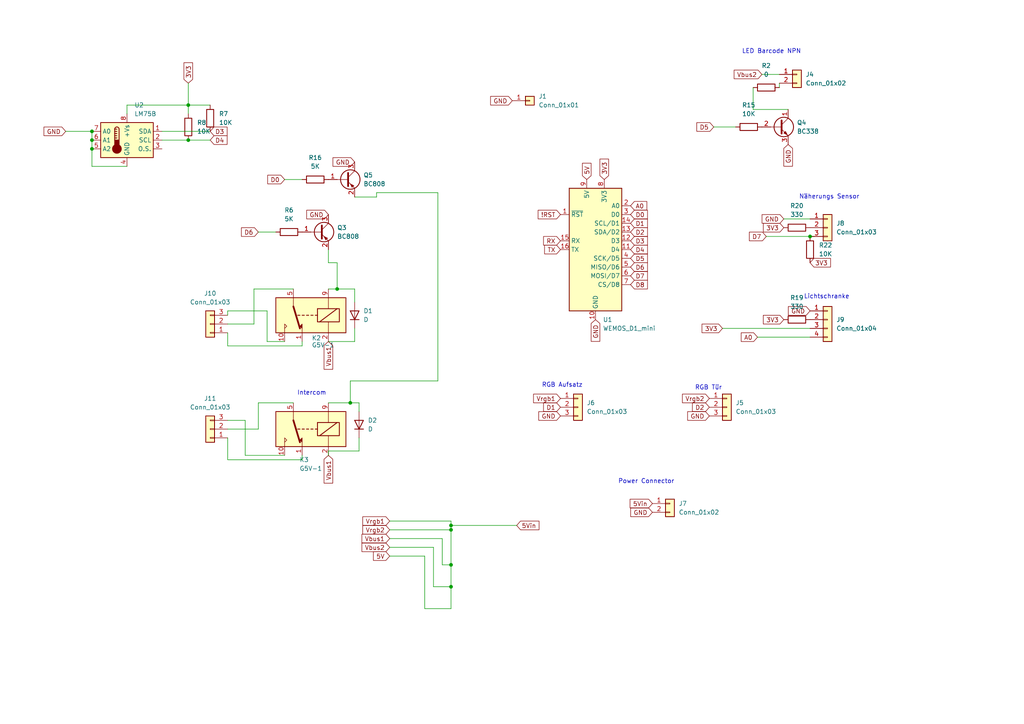
<source format=kicad_sch>
(kicad_sch
	(version 20250114)
	(generator "eeschema")
	(generator_version "9.0")
	(uuid "fd2aaadc-57ea-43e7-8215-d9ce90891600")
	(paper "A4")
	(lib_symbols
		(symbol "Connector_Generic:Conn_01x01"
			(pin_names
				(offset 1.016)
				(hide yes)
			)
			(exclude_from_sim no)
			(in_bom yes)
			(on_board yes)
			(property "Reference" "J"
				(at 0 2.54 0)
				(effects
					(font
						(size 1.27 1.27)
					)
				)
			)
			(property "Value" "Conn_01x01"
				(at 0 -2.54 0)
				(effects
					(font
						(size 1.27 1.27)
					)
				)
			)
			(property "Footprint" ""
				(at 0 0 0)
				(effects
					(font
						(size 1.27 1.27)
					)
					(hide yes)
				)
			)
			(property "Datasheet" "~"
				(at 0 0 0)
				(effects
					(font
						(size 1.27 1.27)
					)
					(hide yes)
				)
			)
			(property "Description" "Generic connector, single row, 01x01, script generated (kicad-library-utils/schlib/autogen/connector/)"
				(at 0 0 0)
				(effects
					(font
						(size 1.27 1.27)
					)
					(hide yes)
				)
			)
			(property "ki_keywords" "connector"
				(at 0 0 0)
				(effects
					(font
						(size 1.27 1.27)
					)
					(hide yes)
				)
			)
			(property "ki_fp_filters" "Connector*:*_1x??_*"
				(at 0 0 0)
				(effects
					(font
						(size 1.27 1.27)
					)
					(hide yes)
				)
			)
			(symbol "Conn_01x01_1_1"
				(rectangle
					(start -1.27 1.27)
					(end 1.27 -1.27)
					(stroke
						(width 0.254)
						(type default)
					)
					(fill
						(type background)
					)
				)
				(rectangle
					(start -1.27 0.127)
					(end 0 -0.127)
					(stroke
						(width 0.1524)
						(type default)
					)
					(fill
						(type none)
					)
				)
				(pin passive line
					(at -5.08 0 0)
					(length 3.81)
					(name "Pin_1"
						(effects
							(font
								(size 1.27 1.27)
							)
						)
					)
					(number "1"
						(effects
							(font
								(size 1.27 1.27)
							)
						)
					)
				)
			)
			(embedded_fonts no)
		)
		(symbol "Connector_Generic:Conn_01x02"
			(pin_names
				(offset 1.016)
				(hide yes)
			)
			(exclude_from_sim no)
			(in_bom yes)
			(on_board yes)
			(property "Reference" "J"
				(at 0 2.54 0)
				(effects
					(font
						(size 1.27 1.27)
					)
				)
			)
			(property "Value" "Conn_01x02"
				(at 0 -5.08 0)
				(effects
					(font
						(size 1.27 1.27)
					)
				)
			)
			(property "Footprint" ""
				(at 0 0 0)
				(effects
					(font
						(size 1.27 1.27)
					)
					(hide yes)
				)
			)
			(property "Datasheet" "~"
				(at 0 0 0)
				(effects
					(font
						(size 1.27 1.27)
					)
					(hide yes)
				)
			)
			(property "Description" "Generic connector, single row, 01x02, script generated (kicad-library-utils/schlib/autogen/connector/)"
				(at 0 0 0)
				(effects
					(font
						(size 1.27 1.27)
					)
					(hide yes)
				)
			)
			(property "ki_keywords" "connector"
				(at 0 0 0)
				(effects
					(font
						(size 1.27 1.27)
					)
					(hide yes)
				)
			)
			(property "ki_fp_filters" "Connector*:*_1x??_*"
				(at 0 0 0)
				(effects
					(font
						(size 1.27 1.27)
					)
					(hide yes)
				)
			)
			(symbol "Conn_01x02_1_1"
				(rectangle
					(start -1.27 1.27)
					(end 1.27 -3.81)
					(stroke
						(width 0.254)
						(type default)
					)
					(fill
						(type background)
					)
				)
				(rectangle
					(start -1.27 0.127)
					(end 0 -0.127)
					(stroke
						(width 0.1524)
						(type default)
					)
					(fill
						(type none)
					)
				)
				(rectangle
					(start -1.27 -2.413)
					(end 0 -2.667)
					(stroke
						(width 0.1524)
						(type default)
					)
					(fill
						(type none)
					)
				)
				(pin passive line
					(at -5.08 0 0)
					(length 3.81)
					(name "Pin_1"
						(effects
							(font
								(size 1.27 1.27)
							)
						)
					)
					(number "1"
						(effects
							(font
								(size 1.27 1.27)
							)
						)
					)
				)
				(pin passive line
					(at -5.08 -2.54 0)
					(length 3.81)
					(name "Pin_2"
						(effects
							(font
								(size 1.27 1.27)
							)
						)
					)
					(number "2"
						(effects
							(font
								(size 1.27 1.27)
							)
						)
					)
				)
			)
			(embedded_fonts no)
		)
		(symbol "Connector_Generic:Conn_01x03"
			(pin_names
				(offset 1.016)
				(hide yes)
			)
			(exclude_from_sim no)
			(in_bom yes)
			(on_board yes)
			(property "Reference" "J"
				(at 0 5.08 0)
				(effects
					(font
						(size 1.27 1.27)
					)
				)
			)
			(property "Value" "Conn_01x03"
				(at 0 -5.08 0)
				(effects
					(font
						(size 1.27 1.27)
					)
				)
			)
			(property "Footprint" ""
				(at 0 0 0)
				(effects
					(font
						(size 1.27 1.27)
					)
					(hide yes)
				)
			)
			(property "Datasheet" "~"
				(at 0 0 0)
				(effects
					(font
						(size 1.27 1.27)
					)
					(hide yes)
				)
			)
			(property "Description" "Generic connector, single row, 01x03, script generated (kicad-library-utils/schlib/autogen/connector/)"
				(at 0 0 0)
				(effects
					(font
						(size 1.27 1.27)
					)
					(hide yes)
				)
			)
			(property "ki_keywords" "connector"
				(at 0 0 0)
				(effects
					(font
						(size 1.27 1.27)
					)
					(hide yes)
				)
			)
			(property "ki_fp_filters" "Connector*:*_1x??_*"
				(at 0 0 0)
				(effects
					(font
						(size 1.27 1.27)
					)
					(hide yes)
				)
			)
			(symbol "Conn_01x03_1_1"
				(rectangle
					(start -1.27 3.81)
					(end 1.27 -3.81)
					(stroke
						(width 0.254)
						(type default)
					)
					(fill
						(type background)
					)
				)
				(rectangle
					(start -1.27 2.667)
					(end 0 2.413)
					(stroke
						(width 0.1524)
						(type default)
					)
					(fill
						(type none)
					)
				)
				(rectangle
					(start -1.27 0.127)
					(end 0 -0.127)
					(stroke
						(width 0.1524)
						(type default)
					)
					(fill
						(type none)
					)
				)
				(rectangle
					(start -1.27 -2.413)
					(end 0 -2.667)
					(stroke
						(width 0.1524)
						(type default)
					)
					(fill
						(type none)
					)
				)
				(pin passive line
					(at -5.08 2.54 0)
					(length 3.81)
					(name "Pin_1"
						(effects
							(font
								(size 1.27 1.27)
							)
						)
					)
					(number "1"
						(effects
							(font
								(size 1.27 1.27)
							)
						)
					)
				)
				(pin passive line
					(at -5.08 0 0)
					(length 3.81)
					(name "Pin_2"
						(effects
							(font
								(size 1.27 1.27)
							)
						)
					)
					(number "2"
						(effects
							(font
								(size 1.27 1.27)
							)
						)
					)
				)
				(pin passive line
					(at -5.08 -2.54 0)
					(length 3.81)
					(name "Pin_3"
						(effects
							(font
								(size 1.27 1.27)
							)
						)
					)
					(number "3"
						(effects
							(font
								(size 1.27 1.27)
							)
						)
					)
				)
			)
			(embedded_fonts no)
		)
		(symbol "Connector_Generic:Conn_01x04"
			(pin_names
				(offset 1.016)
				(hide yes)
			)
			(exclude_from_sim no)
			(in_bom yes)
			(on_board yes)
			(property "Reference" "J"
				(at 0 5.08 0)
				(effects
					(font
						(size 1.27 1.27)
					)
				)
			)
			(property "Value" "Conn_01x04"
				(at 0 -7.62 0)
				(effects
					(font
						(size 1.27 1.27)
					)
				)
			)
			(property "Footprint" ""
				(at 0 0 0)
				(effects
					(font
						(size 1.27 1.27)
					)
					(hide yes)
				)
			)
			(property "Datasheet" "~"
				(at 0 0 0)
				(effects
					(font
						(size 1.27 1.27)
					)
					(hide yes)
				)
			)
			(property "Description" "Generic connector, single row, 01x04, script generated (kicad-library-utils/schlib/autogen/connector/)"
				(at 0 0 0)
				(effects
					(font
						(size 1.27 1.27)
					)
					(hide yes)
				)
			)
			(property "ki_keywords" "connector"
				(at 0 0 0)
				(effects
					(font
						(size 1.27 1.27)
					)
					(hide yes)
				)
			)
			(property "ki_fp_filters" "Connector*:*_1x??_*"
				(at 0 0 0)
				(effects
					(font
						(size 1.27 1.27)
					)
					(hide yes)
				)
			)
			(symbol "Conn_01x04_1_1"
				(rectangle
					(start -1.27 3.81)
					(end 1.27 -6.35)
					(stroke
						(width 0.254)
						(type default)
					)
					(fill
						(type background)
					)
				)
				(rectangle
					(start -1.27 2.667)
					(end 0 2.413)
					(stroke
						(width 0.1524)
						(type default)
					)
					(fill
						(type none)
					)
				)
				(rectangle
					(start -1.27 0.127)
					(end 0 -0.127)
					(stroke
						(width 0.1524)
						(type default)
					)
					(fill
						(type none)
					)
				)
				(rectangle
					(start -1.27 -2.413)
					(end 0 -2.667)
					(stroke
						(width 0.1524)
						(type default)
					)
					(fill
						(type none)
					)
				)
				(rectangle
					(start -1.27 -4.953)
					(end 0 -5.207)
					(stroke
						(width 0.1524)
						(type default)
					)
					(fill
						(type none)
					)
				)
				(pin passive line
					(at -5.08 2.54 0)
					(length 3.81)
					(name "Pin_1"
						(effects
							(font
								(size 1.27 1.27)
							)
						)
					)
					(number "1"
						(effects
							(font
								(size 1.27 1.27)
							)
						)
					)
				)
				(pin passive line
					(at -5.08 0 0)
					(length 3.81)
					(name "Pin_2"
						(effects
							(font
								(size 1.27 1.27)
							)
						)
					)
					(number "2"
						(effects
							(font
								(size 1.27 1.27)
							)
						)
					)
				)
				(pin passive line
					(at -5.08 -2.54 0)
					(length 3.81)
					(name "Pin_3"
						(effects
							(font
								(size 1.27 1.27)
							)
						)
					)
					(number "3"
						(effects
							(font
								(size 1.27 1.27)
							)
						)
					)
				)
				(pin passive line
					(at -5.08 -5.08 0)
					(length 3.81)
					(name "Pin_4"
						(effects
							(font
								(size 1.27 1.27)
							)
						)
					)
					(number "4"
						(effects
							(font
								(size 1.27 1.27)
							)
						)
					)
				)
			)
			(embedded_fonts no)
		)
		(symbol "Device:D"
			(pin_numbers
				(hide yes)
			)
			(pin_names
				(offset 1.016)
				(hide yes)
			)
			(exclude_from_sim no)
			(in_bom yes)
			(on_board yes)
			(property "Reference" "D"
				(at 0 2.54 0)
				(effects
					(font
						(size 1.27 1.27)
					)
				)
			)
			(property "Value" "D"
				(at 0 -2.54 0)
				(effects
					(font
						(size 1.27 1.27)
					)
				)
			)
			(property "Footprint" ""
				(at 0 0 0)
				(effects
					(font
						(size 1.27 1.27)
					)
					(hide yes)
				)
			)
			(property "Datasheet" "~"
				(at 0 0 0)
				(effects
					(font
						(size 1.27 1.27)
					)
					(hide yes)
				)
			)
			(property "Description" "Diode"
				(at 0 0 0)
				(effects
					(font
						(size 1.27 1.27)
					)
					(hide yes)
				)
			)
			(property "Sim.Device" "D"
				(at 0 0 0)
				(effects
					(font
						(size 1.27 1.27)
					)
					(hide yes)
				)
			)
			(property "Sim.Pins" "1=K 2=A"
				(at 0 0 0)
				(effects
					(font
						(size 1.27 1.27)
					)
					(hide yes)
				)
			)
			(property "ki_keywords" "diode"
				(at 0 0 0)
				(effects
					(font
						(size 1.27 1.27)
					)
					(hide yes)
				)
			)
			(property "ki_fp_filters" "TO-???* *_Diode_* *SingleDiode* D_*"
				(at 0 0 0)
				(effects
					(font
						(size 1.27 1.27)
					)
					(hide yes)
				)
			)
			(symbol "D_0_1"
				(polyline
					(pts
						(xy -1.27 1.27) (xy -1.27 -1.27)
					)
					(stroke
						(width 0.254)
						(type default)
					)
					(fill
						(type none)
					)
				)
				(polyline
					(pts
						(xy 1.27 1.27) (xy 1.27 -1.27) (xy -1.27 0) (xy 1.27 1.27)
					)
					(stroke
						(width 0.254)
						(type default)
					)
					(fill
						(type none)
					)
				)
				(polyline
					(pts
						(xy 1.27 0) (xy -1.27 0)
					)
					(stroke
						(width 0)
						(type default)
					)
					(fill
						(type none)
					)
				)
			)
			(symbol "D_1_1"
				(pin passive line
					(at -3.81 0 0)
					(length 2.54)
					(name "K"
						(effects
							(font
								(size 1.27 1.27)
							)
						)
					)
					(number "1"
						(effects
							(font
								(size 1.27 1.27)
							)
						)
					)
				)
				(pin passive line
					(at 3.81 0 180)
					(length 2.54)
					(name "A"
						(effects
							(font
								(size 1.27 1.27)
							)
						)
					)
					(number "2"
						(effects
							(font
								(size 1.27 1.27)
							)
						)
					)
				)
			)
			(embedded_fonts no)
		)
		(symbol "Device:R"
			(pin_numbers
				(hide yes)
			)
			(pin_names
				(offset 0)
			)
			(exclude_from_sim no)
			(in_bom yes)
			(on_board yes)
			(property "Reference" "R"
				(at 2.032 0 90)
				(effects
					(font
						(size 1.27 1.27)
					)
				)
			)
			(property "Value" "R"
				(at 0 0 90)
				(effects
					(font
						(size 1.27 1.27)
					)
				)
			)
			(property "Footprint" ""
				(at -1.778 0 90)
				(effects
					(font
						(size 1.27 1.27)
					)
					(hide yes)
				)
			)
			(property "Datasheet" "~"
				(at 0 0 0)
				(effects
					(font
						(size 1.27 1.27)
					)
					(hide yes)
				)
			)
			(property "Description" "Resistor"
				(at 0 0 0)
				(effects
					(font
						(size 1.27 1.27)
					)
					(hide yes)
				)
			)
			(property "ki_keywords" "R res resistor"
				(at 0 0 0)
				(effects
					(font
						(size 1.27 1.27)
					)
					(hide yes)
				)
			)
			(property "ki_fp_filters" "R_*"
				(at 0 0 0)
				(effects
					(font
						(size 1.27 1.27)
					)
					(hide yes)
				)
			)
			(symbol "R_0_1"
				(rectangle
					(start -1.016 -2.54)
					(end 1.016 2.54)
					(stroke
						(width 0.254)
						(type default)
					)
					(fill
						(type none)
					)
				)
			)
			(symbol "R_1_1"
				(pin passive line
					(at 0 3.81 270)
					(length 1.27)
					(name "~"
						(effects
							(font
								(size 1.27 1.27)
							)
						)
					)
					(number "1"
						(effects
							(font
								(size 1.27 1.27)
							)
						)
					)
				)
				(pin passive line
					(at 0 -3.81 90)
					(length 1.27)
					(name "~"
						(effects
							(font
								(size 1.27 1.27)
							)
						)
					)
					(number "2"
						(effects
							(font
								(size 1.27 1.27)
							)
						)
					)
				)
			)
			(embedded_fonts no)
		)
		(symbol "RF_Module:WEMOS_D1_mini"
			(exclude_from_sim no)
			(in_bom yes)
			(on_board yes)
			(property "Reference" "U"
				(at 3.81 19.05 0)
				(effects
					(font
						(size 1.27 1.27)
					)
					(justify left)
				)
			)
			(property "Value" "WEMOS_D1_mini"
				(at 1.27 -19.05 0)
				(effects
					(font
						(size 1.27 1.27)
					)
					(justify left)
				)
			)
			(property "Footprint" "RF_Module:WEMOS_D1_mini_light"
				(at 0 -29.21 0)
				(effects
					(font
						(size 1.27 1.27)
					)
					(hide yes)
				)
			)
			(property "Datasheet" "https://wiki.wemos.cc/products:d1:d1_mini#documentation"
				(at -46.99 -29.21 0)
				(effects
					(font
						(size 1.27 1.27)
					)
					(hide yes)
				)
			)
			(property "Description" "32-bit microcontroller module with WiFi"
				(at 0 0 0)
				(effects
					(font
						(size 1.27 1.27)
					)
					(hide yes)
				)
			)
			(property "ki_keywords" "ESP8266 WiFi microcontroller ESP8266EX"
				(at 0 0 0)
				(effects
					(font
						(size 1.27 1.27)
					)
					(hide yes)
				)
			)
			(property "ki_fp_filters" "WEMOS*D1*mini*"
				(at 0 0 0)
				(effects
					(font
						(size 1.27 1.27)
					)
					(hide yes)
				)
			)
			(symbol "WEMOS_D1_mini_1_1"
				(rectangle
					(start -7.62 17.78)
					(end 7.62 -17.78)
					(stroke
						(width 0.254)
						(type default)
					)
					(fill
						(type background)
					)
				)
				(pin input line
					(at -10.16 10.16 0)
					(length 2.54)
					(name "~{RST}"
						(effects
							(font
								(size 1.27 1.27)
							)
						)
					)
					(number "1"
						(effects
							(font
								(size 1.27 1.27)
							)
						)
					)
				)
				(pin input line
					(at -10.16 2.54 0)
					(length 2.54)
					(name "RX"
						(effects
							(font
								(size 1.27 1.27)
							)
						)
					)
					(number "15"
						(effects
							(font
								(size 1.27 1.27)
							)
						)
					)
				)
				(pin output line
					(at -10.16 0 0)
					(length 2.54)
					(name "TX"
						(effects
							(font
								(size 1.27 1.27)
							)
						)
					)
					(number "16"
						(effects
							(font
								(size 1.27 1.27)
							)
						)
					)
				)
				(pin power_in line
					(at -2.54 20.32 270)
					(length 2.54)
					(name "5V"
						(effects
							(font
								(size 1.27 1.27)
							)
						)
					)
					(number "9"
						(effects
							(font
								(size 1.27 1.27)
							)
						)
					)
				)
				(pin power_in line
					(at 0 -20.32 90)
					(length 2.54)
					(name "GND"
						(effects
							(font
								(size 1.27 1.27)
							)
						)
					)
					(number "10"
						(effects
							(font
								(size 1.27 1.27)
							)
						)
					)
				)
				(pin power_out line
					(at 2.54 20.32 270)
					(length 2.54)
					(name "3V3"
						(effects
							(font
								(size 1.27 1.27)
							)
						)
					)
					(number "8"
						(effects
							(font
								(size 1.27 1.27)
							)
						)
					)
				)
				(pin input line
					(at 10.16 12.7 180)
					(length 2.54)
					(name "A0"
						(effects
							(font
								(size 1.27 1.27)
							)
						)
					)
					(number "2"
						(effects
							(font
								(size 1.27 1.27)
							)
						)
					)
				)
				(pin bidirectional line
					(at 10.16 10.16 180)
					(length 2.54)
					(name "D0"
						(effects
							(font
								(size 1.27 1.27)
							)
						)
					)
					(number "3"
						(effects
							(font
								(size 1.27 1.27)
							)
						)
					)
				)
				(pin bidirectional line
					(at 10.16 7.62 180)
					(length 2.54)
					(name "SCL/D1"
						(effects
							(font
								(size 1.27 1.27)
							)
						)
					)
					(number "14"
						(effects
							(font
								(size 1.27 1.27)
							)
						)
					)
				)
				(pin bidirectional line
					(at 10.16 5.08 180)
					(length 2.54)
					(name "SDA/D2"
						(effects
							(font
								(size 1.27 1.27)
							)
						)
					)
					(number "13"
						(effects
							(font
								(size 1.27 1.27)
							)
						)
					)
				)
				(pin bidirectional line
					(at 10.16 2.54 180)
					(length 2.54)
					(name "D3"
						(effects
							(font
								(size 1.27 1.27)
							)
						)
					)
					(number "12"
						(effects
							(font
								(size 1.27 1.27)
							)
						)
					)
				)
				(pin bidirectional line
					(at 10.16 0 180)
					(length 2.54)
					(name "D4"
						(effects
							(font
								(size 1.27 1.27)
							)
						)
					)
					(number "11"
						(effects
							(font
								(size 1.27 1.27)
							)
						)
					)
				)
				(pin bidirectional line
					(at 10.16 -2.54 180)
					(length 2.54)
					(name "SCK/D5"
						(effects
							(font
								(size 1.27 1.27)
							)
						)
					)
					(number "4"
						(effects
							(font
								(size 1.27 1.27)
							)
						)
					)
				)
				(pin bidirectional line
					(at 10.16 -5.08 180)
					(length 2.54)
					(name "MISO/D6"
						(effects
							(font
								(size 1.27 1.27)
							)
						)
					)
					(number "5"
						(effects
							(font
								(size 1.27 1.27)
							)
						)
					)
				)
				(pin bidirectional line
					(at 10.16 -7.62 180)
					(length 2.54)
					(name "MOSI/D7"
						(effects
							(font
								(size 1.27 1.27)
							)
						)
					)
					(number "6"
						(effects
							(font
								(size 1.27 1.27)
							)
						)
					)
				)
				(pin bidirectional line
					(at 10.16 -10.16 180)
					(length 2.54)
					(name "CS/D8"
						(effects
							(font
								(size 1.27 1.27)
							)
						)
					)
					(number "7"
						(effects
							(font
								(size 1.27 1.27)
							)
						)
					)
				)
			)
			(embedded_fonts no)
		)
		(symbol "Relay:G5V-1"
			(exclude_from_sim no)
			(in_bom yes)
			(on_board yes)
			(property "Reference" "K"
				(at 11.43 3.81 0)
				(effects
					(font
						(size 1.27 1.27)
					)
					(justify left)
				)
			)
			(property "Value" "G5V-1"
				(at 11.43 1.27 0)
				(effects
					(font
						(size 1.27 1.27)
					)
					(justify left)
				)
			)
			(property "Footprint" "Relay_THT:Relay_SPDT_Omron_G5V-1"
				(at 28.702 -0.762 0)
				(effects
					(font
						(size 1.27 1.27)
					)
					(hide yes)
				)
			)
			(property "Datasheet" "http://omronfs.omron.com/en_US/ecb/products/pdf/en-g5v_1.pdf"
				(at 0 0 0)
				(effects
					(font
						(size 1.27 1.27)
					)
					(hide yes)
				)
			)
			(property "Description" "Ultra-miniature, Highly Sensitive SPDT Relay for Signal Circuits"
				(at 0 0 0)
				(effects
					(font
						(size 1.27 1.27)
					)
					(hide yes)
				)
			)
			(property "ki_keywords" "Single Pole Relay SPDT"
				(at 0 0 0)
				(effects
					(font
						(size 1.27 1.27)
					)
					(hide yes)
				)
			)
			(property "ki_fp_filters" "Relay*SPDT*Omron*G5V?1*"
				(at 0 0 0)
				(effects
					(font
						(size 1.27 1.27)
					)
					(hide yes)
				)
			)
			(symbol "G5V-1_0_0"
				(polyline
					(pts
						(xy 7.62 5.08) (xy 7.62 2.54) (xy 6.985 3.175) (xy 7.62 3.81)
					)
					(stroke
						(width 0)
						(type default)
					)
					(fill
						(type none)
					)
				)
			)
			(symbol "G5V-1_0_1"
				(rectangle
					(start -10.16 5.08)
					(end 10.16 -5.08)
					(stroke
						(width 0.254)
						(type default)
					)
					(fill
						(type background)
					)
				)
				(rectangle
					(start -8.255 1.905)
					(end -1.905 -1.905)
					(stroke
						(width 0.254)
						(type default)
					)
					(fill
						(type none)
					)
				)
				(polyline
					(pts
						(xy -7.62 -1.905) (xy -2.54 1.905)
					)
					(stroke
						(width 0.254)
						(type default)
					)
					(fill
						(type none)
					)
				)
				(polyline
					(pts
						(xy -5.08 5.08) (xy -5.08 1.905)
					)
					(stroke
						(width 0)
						(type default)
					)
					(fill
						(type none)
					)
				)
				(polyline
					(pts
						(xy -5.08 -5.08) (xy -5.08 -1.905)
					)
					(stroke
						(width 0)
						(type default)
					)
					(fill
						(type none)
					)
				)
				(polyline
					(pts
						(xy -1.905 0) (xy -1.27 0)
					)
					(stroke
						(width 0.254)
						(type default)
					)
					(fill
						(type none)
					)
				)
				(polyline
					(pts
						(xy -0.635 0) (xy 0 0)
					)
					(stroke
						(width 0.254)
						(type default)
					)
					(fill
						(type none)
					)
				)
				(polyline
					(pts
						(xy 0.635 0) (xy 1.27 0)
					)
					(stroke
						(width 0.254)
						(type default)
					)
					(fill
						(type none)
					)
				)
				(polyline
					(pts
						(xy 1.905 0) (xy 2.54 0)
					)
					(stroke
						(width 0.254)
						(type default)
					)
					(fill
						(type none)
					)
				)
				(polyline
					(pts
						(xy 2.54 5.08) (xy 2.54 2.54) (xy 3.175 3.175) (xy 2.54 3.81)
					)
					(stroke
						(width 0)
						(type default)
					)
					(fill
						(type outline)
					)
				)
				(polyline
					(pts
						(xy 3.175 0) (xy 3.81 0)
					)
					(stroke
						(width 0.254)
						(type default)
					)
					(fill
						(type none)
					)
				)
				(polyline
					(pts
						(xy 5.08 -2.54) (xy 3.175 3.81)
					)
					(stroke
						(width 0.508)
						(type default)
					)
					(fill
						(type none)
					)
				)
				(polyline
					(pts
						(xy 5.08 -2.54) (xy 5.08 -5.08)
					)
					(stroke
						(width 0)
						(type default)
					)
					(fill
						(type none)
					)
				)
			)
			(symbol "G5V-1_1_1"
				(pin passive line
					(at -5.08 7.62 270)
					(length 2.54)
					(name "~"
						(effects
							(font
								(size 1.27 1.27)
							)
						)
					)
					(number "2"
						(effects
							(font
								(size 1.27 1.27)
							)
						)
					)
				)
				(pin passive line
					(at -5.08 -7.62 90)
					(length 2.54)
					(name "~"
						(effects
							(font
								(size 1.27 1.27)
							)
						)
					)
					(number "9"
						(effects
							(font
								(size 1.27 1.27)
							)
						)
					)
				)
				(pin passive line
					(at 2.54 7.62 270)
					(length 2.54)
					(name "~"
						(effects
							(font
								(size 1.27 1.27)
							)
						)
					)
					(number "1"
						(effects
							(font
								(size 1.27 1.27)
							)
						)
					)
				)
				(pin passive line
					(at 5.08 -7.62 90)
					(length 2.54)
					(name "~"
						(effects
							(font
								(size 1.27 1.27)
							)
						)
					)
					(number "5"
						(effects
							(font
								(size 1.27 1.27)
							)
						)
					)
				)
				(pin passive line
					(at 5.08 -7.62 90)
					(length 2.54)
					(hide yes)
					(name "~"
						(effects
							(font
								(size 1.27 1.27)
							)
						)
					)
					(number "6"
						(effects
							(font
								(size 1.27 1.27)
							)
						)
					)
				)
				(pin passive line
					(at 7.62 7.62 270)
					(length 2.54)
					(name "~"
						(effects
							(font
								(size 1.27 1.27)
							)
						)
					)
					(number "10"
						(effects
							(font
								(size 1.27 1.27)
							)
						)
					)
				)
			)
			(embedded_fonts no)
		)
		(symbol "Sensor_Temperature:LM75B"
			(exclude_from_sim no)
			(in_bom yes)
			(on_board yes)
			(property "Reference" "U"
				(at -6.35 11.43 0)
				(effects
					(font
						(size 1.27 1.27)
					)
				)
			)
			(property "Value" "LM75B"
				(at 0 11.43 0)
				(effects
					(font
						(size 1.27 1.27)
					)
					(justify left)
				)
			)
			(property "Footprint" ""
				(at -2.794 0 0)
				(effects
					(font
						(size 1.27 1.27)
					)
					(hide yes)
				)
			)
			(property "Datasheet" "http://www.ti.com/lit/ds/symlink/lm75b.pdf"
				(at 0 0 0)
				(effects
					(font
						(size 1.27 1.27)
					)
					(hide yes)
				)
			)
			(property "Description" "Digital Temperature Sensor & Thermal Watchdog with LP on I2C and bus fault timeout, SOIC-8 and VSSOP-8"
				(at 0 0 0)
				(effects
					(font
						(size 1.27 1.27)
					)
					(hide yes)
				)
			)
			(property "ki_keywords" "Temperature sensor"
				(at 0 0 0)
				(effects
					(font
						(size 1.27 1.27)
					)
					(hide yes)
				)
			)
			(property "ki_fp_filters" "SOIC*3.9x4.9mm*P1.27mm* VSSOP*3x3mm*P0.65mm*"
				(at 0 0 0)
				(effects
					(font
						(size 1.27 1.27)
					)
					(hide yes)
				)
			)
			(symbol "LM75B_0_1"
				(rectangle
					(start -7.62 5.08)
					(end 7.62 -5.08)
					(stroke
						(width 0.254)
						(type default)
					)
					(fill
						(type background)
					)
				)
				(polyline
					(pts
						(xy -3.556 3.175) (xy -3.556 0)
					)
					(stroke
						(width 0.254)
						(type default)
					)
					(fill
						(type none)
					)
				)
				(polyline
					(pts
						(xy -3.556 3.175) (xy -2.921 3.175)
					)
					(stroke
						(width 0.254)
						(type default)
					)
					(fill
						(type none)
					)
				)
				(polyline
					(pts
						(xy -3.556 2.54) (xy -2.921 2.54)
					)
					(stroke
						(width 0.254)
						(type default)
					)
					(fill
						(type none)
					)
				)
				(polyline
					(pts
						(xy -3.556 1.905) (xy -2.921 1.905)
					)
					(stroke
						(width 0.254)
						(type default)
					)
					(fill
						(type none)
					)
				)
				(polyline
					(pts
						(xy -3.556 1.27) (xy -2.921 1.27)
					)
					(stroke
						(width 0.254)
						(type default)
					)
					(fill
						(type none)
					)
				)
				(polyline
					(pts
						(xy -3.556 0.635) (xy -2.921 0.635)
					)
					(stroke
						(width 0.254)
						(type default)
					)
					(fill
						(type none)
					)
				)
				(rectangle
					(start -3.556 0)
					(end -2.286 -1.905)
					(stroke
						(width 0.254)
						(type default)
					)
					(fill
						(type outline)
					)
				)
				(arc
					(start -3.556 3.175)
					(mid -2.921 3.8073)
					(end -2.286 3.175)
					(stroke
						(width 0.254)
						(type default)
					)
					(fill
						(type none)
					)
				)
				(circle
					(center -2.921 -2.54)
					(radius 1.27)
					(stroke
						(width 0.254)
						(type default)
					)
					(fill
						(type outline)
					)
				)
				(polyline
					(pts
						(xy -2.286 3.175) (xy -2.286 0)
					)
					(stroke
						(width 0.254)
						(type default)
					)
					(fill
						(type none)
					)
				)
			)
			(symbol "LM75B_1_1"
				(pin input line
					(at -10.16 2.54 0)
					(length 2.54)
					(name "A0"
						(effects
							(font
								(size 1.27 1.27)
							)
						)
					)
					(number "7"
						(effects
							(font
								(size 1.27 1.27)
							)
						)
					)
				)
				(pin input line
					(at -10.16 0 0)
					(length 2.54)
					(name "A1"
						(effects
							(font
								(size 1.27 1.27)
							)
						)
					)
					(number "6"
						(effects
							(font
								(size 1.27 1.27)
							)
						)
					)
				)
				(pin input line
					(at -10.16 -2.54 0)
					(length 2.54)
					(name "A2"
						(effects
							(font
								(size 1.27 1.27)
							)
						)
					)
					(number "5"
						(effects
							(font
								(size 1.27 1.27)
							)
						)
					)
				)
				(pin power_in line
					(at 0 7.62 270)
					(length 2.54)
					(name "+Vs"
						(effects
							(font
								(size 1.27 1.27)
							)
						)
					)
					(number "8"
						(effects
							(font
								(size 1.27 1.27)
							)
						)
					)
				)
				(pin power_in line
					(at 0 -7.62 90)
					(length 2.54)
					(name "GND"
						(effects
							(font
								(size 1.27 1.27)
							)
						)
					)
					(number "4"
						(effects
							(font
								(size 1.27 1.27)
							)
						)
					)
				)
				(pin bidirectional line
					(at 10.16 2.54 180)
					(length 2.54)
					(name "SDA"
						(effects
							(font
								(size 1.27 1.27)
							)
						)
					)
					(number "1"
						(effects
							(font
								(size 1.27 1.27)
							)
						)
					)
				)
				(pin input line
					(at 10.16 0 180)
					(length 2.54)
					(name "SCL"
						(effects
							(font
								(size 1.27 1.27)
							)
						)
					)
					(number "2"
						(effects
							(font
								(size 1.27 1.27)
							)
						)
					)
				)
				(pin open_collector line
					(at 10.16 -2.54 180)
					(length 2.54)
					(name "O.S."
						(effects
							(font
								(size 1.27 1.27)
							)
						)
					)
					(number "3"
						(effects
							(font
								(size 1.27 1.27)
							)
						)
					)
				)
			)
			(embedded_fonts no)
		)
		(symbol "Transistor_BJT:BC338"
			(pin_names
				(offset 0)
				(hide yes)
			)
			(exclude_from_sim no)
			(in_bom yes)
			(on_board yes)
			(property "Reference" "Q"
				(at 5.08 1.905 0)
				(effects
					(font
						(size 1.27 1.27)
					)
					(justify left)
				)
			)
			(property "Value" "BC338"
				(at 5.08 0 0)
				(effects
					(font
						(size 1.27 1.27)
					)
					(justify left)
				)
			)
			(property "Footprint" "Package_TO_SOT_THT:TO-92_Inline"
				(at 5.08 -1.905 0)
				(effects
					(font
						(size 1.27 1.27)
						(italic yes)
					)
					(justify left)
					(hide yes)
				)
			)
			(property "Datasheet" "http://diotec.com/tl_files/diotec/files/pdf/datasheets/bc337"
				(at 0 0 0)
				(effects
					(font
						(size 1.27 1.27)
					)
					(justify left)
					(hide yes)
				)
			)
			(property "Description" "0.8A Ic, 25V Vce, NPN Transistor, TO-92"
				(at 0 0 0)
				(effects
					(font
						(size 1.27 1.27)
					)
					(hide yes)
				)
			)
			(property "ki_keywords" "NPN Transistor"
				(at 0 0 0)
				(effects
					(font
						(size 1.27 1.27)
					)
					(hide yes)
				)
			)
			(property "ki_fp_filters" "TO?92*"
				(at 0 0 0)
				(effects
					(font
						(size 1.27 1.27)
					)
					(hide yes)
				)
			)
			(symbol "BC338_0_1"
				(polyline
					(pts
						(xy -2.54 0) (xy 0.635 0)
					)
					(stroke
						(width 0)
						(type default)
					)
					(fill
						(type none)
					)
				)
				(polyline
					(pts
						(xy 0.635 1.905) (xy 0.635 -1.905)
					)
					(stroke
						(width 0.508)
						(type default)
					)
					(fill
						(type none)
					)
				)
				(circle
					(center 1.27 0)
					(radius 2.8194)
					(stroke
						(width 0.254)
						(type default)
					)
					(fill
						(type none)
					)
				)
			)
			(symbol "BC338_1_1"
				(polyline
					(pts
						(xy 0.635 0.635) (xy 2.54 2.54)
					)
					(stroke
						(width 0)
						(type default)
					)
					(fill
						(type none)
					)
				)
				(polyline
					(pts
						(xy 0.635 -0.635) (xy 2.54 -2.54)
					)
					(stroke
						(width 0)
						(type default)
					)
					(fill
						(type none)
					)
				)
				(polyline
					(pts
						(xy 1.27 -1.778) (xy 1.778 -1.27) (xy 2.286 -2.286) (xy 1.27 -1.778)
					)
					(stroke
						(width 0)
						(type default)
					)
					(fill
						(type outline)
					)
				)
				(pin input line
					(at -5.08 0 0)
					(length 2.54)
					(name "B"
						(effects
							(font
								(size 1.27 1.27)
							)
						)
					)
					(number "2"
						(effects
							(font
								(size 1.27 1.27)
							)
						)
					)
				)
				(pin passive line
					(at 2.54 5.08 270)
					(length 2.54)
					(name "C"
						(effects
							(font
								(size 1.27 1.27)
							)
						)
					)
					(number "1"
						(effects
							(font
								(size 1.27 1.27)
							)
						)
					)
				)
				(pin passive line
					(at 2.54 -5.08 90)
					(length 2.54)
					(name "E"
						(effects
							(font
								(size 1.27 1.27)
							)
						)
					)
					(number "3"
						(effects
							(font
								(size 1.27 1.27)
							)
						)
					)
				)
			)
			(embedded_fonts no)
		)
		(symbol "Transistor_BJT:BC808"
			(pin_names
				(offset 0)
				(hide yes)
			)
			(exclude_from_sim no)
			(in_bom yes)
			(on_board yes)
			(property "Reference" "Q"
				(at 5.08 1.905 0)
				(effects
					(font
						(size 1.27 1.27)
					)
					(justify left)
				)
			)
			(property "Value" "BC808"
				(at 5.08 0 0)
				(effects
					(font
						(size 1.27 1.27)
					)
					(justify left)
				)
			)
			(property "Footprint" "Package_TO_SOT_SMD:SOT-23"
				(at 5.08 -1.905 0)
				(effects
					(font
						(size 1.27 1.27)
						(italic yes)
					)
					(justify left)
					(hide yes)
				)
			)
			(property "Datasheet" "https://www.onsemi.com/pub/Collateral/BC808-D.pdf"
				(at 0 0 0)
				(effects
					(font
						(size 1.27 1.27)
					)
					(justify left)
					(hide yes)
				)
			)
			(property "Description" "0.8A Ic, 25V Vce, PNP Transistor, SOT-23"
				(at 0 0 0)
				(effects
					(font
						(size 1.27 1.27)
					)
					(hide yes)
				)
			)
			(property "ki_keywords" "PNP Transistor"
				(at 0 0 0)
				(effects
					(font
						(size 1.27 1.27)
					)
					(hide yes)
				)
			)
			(property "ki_fp_filters" "SOT?23*"
				(at 0 0 0)
				(effects
					(font
						(size 1.27 1.27)
					)
					(hide yes)
				)
			)
			(symbol "BC808_0_1"
				(polyline
					(pts
						(xy -2.54 0) (xy 0.635 0)
					)
					(stroke
						(width 0)
						(type default)
					)
					(fill
						(type none)
					)
				)
				(polyline
					(pts
						(xy 0.635 1.905) (xy 0.635 -1.905)
					)
					(stroke
						(width 0.508)
						(type default)
					)
					(fill
						(type none)
					)
				)
				(polyline
					(pts
						(xy 0.635 0.635) (xy 2.54 2.54)
					)
					(stroke
						(width 0)
						(type default)
					)
					(fill
						(type none)
					)
				)
				(polyline
					(pts
						(xy 0.635 -0.635) (xy 2.54 -2.54)
					)
					(stroke
						(width 0)
						(type default)
					)
					(fill
						(type none)
					)
				)
				(circle
					(center 1.27 0)
					(radius 2.8194)
					(stroke
						(width 0.254)
						(type default)
					)
					(fill
						(type none)
					)
				)
				(polyline
					(pts
						(xy 2.286 -1.778) (xy 1.778 -2.286) (xy 1.27 -1.27) (xy 2.286 -1.778)
					)
					(stroke
						(width 0)
						(type default)
					)
					(fill
						(type outline)
					)
				)
			)
			(symbol "BC808_1_1"
				(pin input line
					(at -5.08 0 0)
					(length 2.54)
					(name "B"
						(effects
							(font
								(size 1.27 1.27)
							)
						)
					)
					(number "1"
						(effects
							(font
								(size 1.27 1.27)
							)
						)
					)
				)
				(pin passive line
					(at 2.54 5.08 270)
					(length 2.54)
					(name "C"
						(effects
							(font
								(size 1.27 1.27)
							)
						)
					)
					(number "3"
						(effects
							(font
								(size 1.27 1.27)
							)
						)
					)
				)
				(pin passive line
					(at 2.54 -5.08 90)
					(length 2.54)
					(name "E"
						(effects
							(font
								(size 1.27 1.27)
							)
						)
					)
					(number "2"
						(effects
							(font
								(size 1.27 1.27)
							)
						)
					)
				)
			)
			(embedded_fonts no)
		)
	)
	(text "Lichtschranke"
		(exclude_from_sim no)
		(at 239.776 86.106 0)
		(effects
			(font
				(size 1.27 1.27)
			)
		)
		(uuid "05519487-b054-4249-8559-2c7fa7ee0078")
	)
	(text "Intercom"
		(exclude_from_sim no)
		(at 90.424 114.046 0)
		(effects
			(font
				(size 1.27 1.27)
			)
		)
		(uuid "27a3805c-52b9-4b4b-8b14-2f2f2ae0a4ca")
	)
	(text "RGB Aufsatz"
		(exclude_from_sim no)
		(at 163.068 111.76 0)
		(effects
			(font
				(size 1.27 1.27)
			)
		)
		(uuid "4aef379b-320b-44cd-8f95-df7866b1576e")
	)
	(text "RGB Tür\n"
		(exclude_from_sim no)
		(at 205.486 112.522 0)
		(effects
			(font
				(size 1.27 1.27)
			)
		)
		(uuid "a3c9c3ac-be9f-4b05-9bf5-9e9829031fd6")
	)
	(text "Näherungs Sensor"
		(exclude_from_sim no)
		(at 240.538 57.15 0)
		(effects
			(font
				(size 1.27 1.27)
			)
		)
		(uuid "aa6cd169-85c3-4ec5-bec3-6c7394a783f3")
	)
	(text "LED Barcode NPN\n\n"
		(exclude_from_sim no)
		(at 223.774 16.002 0)
		(effects
			(font
				(size 1.27 1.27)
			)
		)
		(uuid "bb66c06f-298d-482b-90e6-c7d85357d3a7")
	)
	(text "Power Connector"
		(exclude_from_sim no)
		(at 187.452 139.7 0)
		(effects
			(font
				(size 1.27 1.27)
			)
		)
		(uuid "d41cc5e7-1e86-4fad-a6cc-ffc91b9f67d0")
	)
	(junction
		(at 130.81 170.18)
		(diameter 0)
		(color 0 0 0 0)
		(uuid "1390e146-7035-434c-a9eb-7ee0cd403cee")
	)
	(junction
		(at 26.67 38.1)
		(diameter 0)
		(color 0 0 0 0)
		(uuid "57b2740d-e945-4961-aa23-24d470a2ebd6")
	)
	(junction
		(at 130.81 153.67)
		(diameter 0)
		(color 0 0 0 0)
		(uuid "5fb0f648-eb7f-4822-a122-7e6c219208c6")
	)
	(junction
		(at 101.6 116.84)
		(diameter 0)
		(color 0 0 0 0)
		(uuid "700eeca2-9250-45ad-846f-d5e6621ed387")
	)
	(junction
		(at 54.61 30.48)
		(diameter 0)
		(color 0 0 0 0)
		(uuid "92e4673a-ff50-45e7-8e50-dd11ea5ac8ff")
	)
	(junction
		(at 26.67 40.64)
		(diameter 0)
		(color 0 0 0 0)
		(uuid "98ed5d43-696e-4b14-8e39-661afecf1311")
	)
	(junction
		(at 234.95 68.58)
		(diameter 0)
		(color 0 0 0 0)
		(uuid "a25cf07b-dfe5-41d5-96a6-2be5cfceea45")
	)
	(junction
		(at 54.61 40.64)
		(diameter 0)
		(color 0 0 0 0)
		(uuid "b9bb178f-f3bd-4351-80c6-89efc6f5855c")
	)
	(junction
		(at 130.81 163.83)
		(diameter 0)
		(color 0 0 0 0)
		(uuid "df94d1d8-de84-4016-8a6c-2c4689062c1c")
	)
	(junction
		(at 130.81 152.4)
		(diameter 0)
		(color 0 0 0 0)
		(uuid "f9aee444-db07-48d5-896a-1a75f5dc7473")
	)
	(junction
		(at 97.79 83.82)
		(diameter 0)
		(color 0 0 0 0)
		(uuid "fe90dc35-bad4-456e-b867-38be5585fae4")
	)
	(junction
		(at 26.67 43.18)
		(diameter 0)
		(color 0 0 0 0)
		(uuid "ff6388bd-ed15-4520-9093-69a5d449d535")
	)
	(wire
		(pts
			(xy 87.63 99.06) (xy 87.63 100.33)
		)
		(stroke
			(width 0)
			(type default)
		)
		(uuid "1236e195-5f44-4e58-9246-dd81860664c0")
	)
	(wire
		(pts
			(xy 97.79 76.2) (xy 97.79 83.82)
		)
		(stroke
			(width 0)
			(type default)
		)
		(uuid "12914a87-69cb-4bad-8e49-c07286b0adcc")
	)
	(wire
		(pts
			(xy 77.47 90.17) (xy 77.47 99.06)
		)
		(stroke
			(width 0)
			(type default)
		)
		(uuid "133c2141-3c40-433c-8394-b98e1349500e")
	)
	(wire
		(pts
			(xy 74.93 67.31) (xy 80.01 67.31)
		)
		(stroke
			(width 0)
			(type default)
		)
		(uuid "198da256-75c1-414b-a787-9bf9f29c68a4")
	)
	(wire
		(pts
			(xy 102.87 99.06) (xy 95.25 99.06)
		)
		(stroke
			(width 0)
			(type default)
		)
		(uuid "19caaa30-983a-4aa9-9463-45faa3834646")
	)
	(wire
		(pts
			(xy 66.04 124.46) (xy 74.93 124.46)
		)
		(stroke
			(width 0)
			(type default)
		)
		(uuid "2a1f09be-9a81-4341-9068-647989fb1716")
	)
	(wire
		(pts
			(xy 74.93 116.84) (xy 85.09 116.84)
		)
		(stroke
			(width 0)
			(type default)
		)
		(uuid "2a2aec90-d9aa-4d71-95b5-4dbd5004eca9")
	)
	(wire
		(pts
			(xy 73.66 83.82) (xy 73.66 93.98)
		)
		(stroke
			(width 0)
			(type default)
		)
		(uuid "32a787c1-69c8-492d-a15b-a76da5d6c321")
	)
	(wire
		(pts
			(xy 26.67 48.26) (xy 26.67 43.18)
		)
		(stroke
			(width 0)
			(type default)
		)
		(uuid "332a1887-2eec-4b25-90a0-8050069c8887")
	)
	(wire
		(pts
			(xy 66.04 100.33) (xy 66.04 96.52)
		)
		(stroke
			(width 0)
			(type default)
		)
		(uuid "345c4a5f-e5ca-4379-945c-70fabb810804")
	)
	(wire
		(pts
			(xy 113.03 156.21) (xy 128.27 156.21)
		)
		(stroke
			(width 0)
			(type default)
		)
		(uuid "3619c33d-8b6c-43b3-81fa-bbd1835ea0c9")
	)
	(wire
		(pts
			(xy 26.67 43.18) (xy 26.67 40.64)
		)
		(stroke
			(width 0)
			(type default)
		)
		(uuid "38fa819e-c154-449d-9830-9fb20fd4cd82")
	)
	(wire
		(pts
			(xy 46.99 40.64) (xy 54.61 40.64)
		)
		(stroke
			(width 0)
			(type default)
		)
		(uuid "434ae878-25a7-400d-aefc-9e28bd2b9b20")
	)
	(wire
		(pts
			(xy 130.81 152.4) (xy 149.86 152.4)
		)
		(stroke
			(width 0)
			(type default)
		)
		(uuid "45e3664c-c84c-4fbe-9e15-dc81bd490326")
	)
	(wire
		(pts
			(xy 36.83 33.02) (xy 36.83 30.48)
		)
		(stroke
			(width 0)
			(type default)
		)
		(uuid "4b3199bc-e043-4c7b-97b4-6b7ced80c19f")
	)
	(wire
		(pts
			(xy 87.63 133.35) (xy 87.63 132.08)
		)
		(stroke
			(width 0)
			(type default)
		)
		(uuid "4bac4c56-4b00-4137-b031-f58a5ec9420d")
	)
	(wire
		(pts
			(xy 218.44 25.4) (xy 218.44 31.75)
		)
		(stroke
			(width 0)
			(type default)
		)
		(uuid "4d65a811-4c2d-48b2-bc4a-50af3a0bfe15")
	)
	(wire
		(pts
			(xy 207.01 36.83) (xy 213.36 36.83)
		)
		(stroke
			(width 0)
			(type default)
		)
		(uuid "4dbe2893-23ed-4b3e-844c-cdf5bb0c1c51")
	)
	(wire
		(pts
			(xy 87.63 100.33) (xy 66.04 100.33)
		)
		(stroke
			(width 0)
			(type default)
		)
		(uuid "4eb58e47-1cd4-49f3-b484-f5535d833036")
	)
	(wire
		(pts
			(xy 66.04 127) (xy 66.04 133.35)
		)
		(stroke
			(width 0)
			(type default)
		)
		(uuid "56b85dd4-130c-4365-b591-4517ac72b2ee")
	)
	(wire
		(pts
			(xy 104.14 127) (xy 104.14 130.81)
		)
		(stroke
			(width 0)
			(type default)
		)
		(uuid "5dee77c1-0e4d-4df6-9171-a0d676a0a427")
	)
	(wire
		(pts
			(xy 66.04 90.17) (xy 77.47 90.17)
		)
		(stroke
			(width 0)
			(type default)
		)
		(uuid "601e414e-07d0-4d42-b338-dd1176dfbad4")
	)
	(wire
		(pts
			(xy 113.03 161.29) (xy 123.19 161.29)
		)
		(stroke
			(width 0)
			(type default)
		)
		(uuid "683f8a7b-933d-4039-ba4d-c3f083a311ea")
	)
	(wire
		(pts
			(xy 95.25 130.81) (xy 95.25 132.08)
		)
		(stroke
			(width 0)
			(type default)
		)
		(uuid "6a769490-b079-4fc8-a53d-f583fac46da5")
	)
	(wire
		(pts
			(xy 222.25 68.58) (xy 234.95 68.58)
		)
		(stroke
			(width 0)
			(type default)
		)
		(uuid "6a9d6177-5feb-4dcb-8e39-479da089b92c")
	)
	(wire
		(pts
			(xy 71.12 121.92) (xy 71.12 132.08)
		)
		(stroke
			(width 0)
			(type default)
		)
		(uuid "7573f306-a3d0-489a-b1e8-cc6cb9dee426")
	)
	(wire
		(pts
			(xy 102.87 95.25) (xy 102.87 99.06)
		)
		(stroke
			(width 0)
			(type default)
		)
		(uuid "7582de04-3829-4bdd-982f-4002f5a0c487")
	)
	(wire
		(pts
			(xy 125.73 158.75) (xy 125.73 170.18)
		)
		(stroke
			(width 0)
			(type default)
		)
		(uuid "7bc12ee0-6f9c-4a86-b18f-5333ccfdbfe5")
	)
	(wire
		(pts
			(xy 130.81 151.13) (xy 130.81 152.4)
		)
		(stroke
			(width 0)
			(type default)
		)
		(uuid "7c4dec9c-18f6-4955-8cbb-e8382c45b33f")
	)
	(wire
		(pts
			(xy 130.81 163.83) (xy 128.27 163.83)
		)
		(stroke
			(width 0)
			(type default)
		)
		(uuid "7c9226c6-1a94-4c88-893d-785d61e55bad")
	)
	(wire
		(pts
			(xy 104.14 119.38) (xy 104.14 116.84)
		)
		(stroke
			(width 0)
			(type default)
		)
		(uuid "7e2fe4a0-a2f7-4054-8886-db30d87c56cc")
	)
	(wire
		(pts
			(xy 128.27 156.21) (xy 128.27 163.83)
		)
		(stroke
			(width 0)
			(type default)
		)
		(uuid "8367a53a-9cc3-49c0-99e6-2fe2e327d776")
	)
	(wire
		(pts
			(xy 101.6 110.49) (xy 127 110.49)
		)
		(stroke
			(width 0)
			(type default)
		)
		(uuid "83e084c4-e2ec-4275-910b-f7e68feb55d7")
	)
	(wire
		(pts
			(xy 66.04 133.35) (xy 87.63 133.35)
		)
		(stroke
			(width 0)
			(type default)
		)
		(uuid "881dc848-044f-486b-ad08-faf9772aaa28")
	)
	(wire
		(pts
			(xy 209.55 95.25) (xy 234.95 95.25)
		)
		(stroke
			(width 0)
			(type default)
		)
		(uuid "8b6727e6-b445-4845-b109-dc3fa32e1d0f")
	)
	(wire
		(pts
			(xy 95.25 83.82) (xy 97.79 83.82)
		)
		(stroke
			(width 0)
			(type default)
		)
		(uuid "8d44eead-ba49-4ab3-817a-6019859a1886")
	)
	(wire
		(pts
			(xy 66.04 121.92) (xy 71.12 121.92)
		)
		(stroke
			(width 0)
			(type default)
		)
		(uuid "9228aabe-0874-4c49-bffe-9ecbe1f8a218")
	)
	(wire
		(pts
			(xy 101.6 110.49) (xy 101.6 116.84)
		)
		(stroke
			(width 0)
			(type default)
		)
		(uuid "94fcce28-d9a6-4d5f-af04-e4427bdaad7a")
	)
	(wire
		(pts
			(xy 226.06 24.13) (xy 226.06 25.4)
		)
		(stroke
			(width 0)
			(type default)
		)
		(uuid "96029fce-4038-43fe-8559-24206f6a38eb")
	)
	(wire
		(pts
			(xy 54.61 40.64) (xy 60.96 40.64)
		)
		(stroke
			(width 0)
			(type default)
		)
		(uuid "9695f56b-017d-4c3f-87c0-782a07a1fc00")
	)
	(wire
		(pts
			(xy 26.67 38.1) (xy 19.05 38.1)
		)
		(stroke
			(width 0)
			(type default)
		)
		(uuid "982b735a-3a71-49e7-9a63-a1fa7b667fe4")
	)
	(wire
		(pts
			(xy 95.25 76.2) (xy 97.79 76.2)
		)
		(stroke
			(width 0)
			(type default)
		)
		(uuid "9ab33fd2-41f8-4528-a8f3-a7d23241bc73")
	)
	(wire
		(pts
			(xy 123.19 176.53) (xy 130.81 176.53)
		)
		(stroke
			(width 0)
			(type default)
		)
		(uuid "9ad344e1-b153-4ee8-a272-561f08edfbf1")
	)
	(wire
		(pts
			(xy 113.03 158.75) (xy 125.73 158.75)
		)
		(stroke
			(width 0)
			(type default)
		)
		(uuid "a2171c01-78ee-4cdd-8338-e55266a041ef")
	)
	(wire
		(pts
			(xy 102.87 87.63) (xy 102.87 83.82)
		)
		(stroke
			(width 0)
			(type default)
		)
		(uuid "a2c62db6-22fe-4cd6-951f-c4f74401a2e0")
	)
	(wire
		(pts
			(xy 228.6 31.75) (xy 218.44 31.75)
		)
		(stroke
			(width 0)
			(type default)
		)
		(uuid "a4236d43-1523-41ac-a9a6-becc0072e9d1")
	)
	(wire
		(pts
			(xy 54.61 30.48) (xy 60.96 30.48)
		)
		(stroke
			(width 0)
			(type default)
		)
		(uuid "a573af90-ea08-47da-82a9-dba9a9a50552")
	)
	(wire
		(pts
			(xy 109.22 55.88) (xy 109.22 57.15)
		)
		(stroke
			(width 0)
			(type default)
		)
		(uuid "a5f775c0-e14b-44d4-a8de-201794d9f111")
	)
	(wire
		(pts
			(xy 66.04 90.17) (xy 66.04 91.44)
		)
		(stroke
			(width 0)
			(type default)
		)
		(uuid "abf87409-c4f8-4fc5-9995-f854f0be8ce9")
	)
	(wire
		(pts
			(xy 77.47 99.06) (xy 82.55 99.06)
		)
		(stroke
			(width 0)
			(type default)
		)
		(uuid "ac5ce64a-8ffd-4b4d-a51f-57004948c599")
	)
	(wire
		(pts
			(xy 82.55 52.07) (xy 87.63 52.07)
		)
		(stroke
			(width 0)
			(type default)
		)
		(uuid "ad1b5185-e387-45ce-8194-9830ba9bc3ad")
	)
	(wire
		(pts
			(xy 113.03 151.13) (xy 130.81 151.13)
		)
		(stroke
			(width 0)
			(type default)
		)
		(uuid "ad77197b-4df6-4604-81cf-05e6154ed6ed")
	)
	(wire
		(pts
			(xy 219.71 97.79) (xy 234.95 97.79)
		)
		(stroke
			(width 0)
			(type default)
		)
		(uuid "afc2736d-d7cd-4246-a27b-2bdb2fc1efbe")
	)
	(wire
		(pts
			(xy 101.6 116.84) (xy 95.25 116.84)
		)
		(stroke
			(width 0)
			(type default)
		)
		(uuid "b1779ddc-9e38-49c9-866b-1ac3ca6471d1")
	)
	(wire
		(pts
			(xy 125.73 170.18) (xy 130.81 170.18)
		)
		(stroke
			(width 0)
			(type default)
		)
		(uuid "bd810196-20dc-4efa-97bb-af94e3f37616")
	)
	(wire
		(pts
			(xy 54.61 30.48) (xy 54.61 33.02)
		)
		(stroke
			(width 0)
			(type default)
		)
		(uuid "be2b9ed1-4dc9-4892-ac38-641ad9759001")
	)
	(wire
		(pts
			(xy 123.19 161.29) (xy 123.19 176.53)
		)
		(stroke
			(width 0)
			(type default)
		)
		(uuid "bee5e605-6c76-492c-a36f-797a2bbc4d4a")
	)
	(wire
		(pts
			(xy 130.81 152.4) (xy 130.81 153.67)
		)
		(stroke
			(width 0)
			(type default)
		)
		(uuid "c19d2dee-b9a0-4070-aed8-506d13c2afd8")
	)
	(wire
		(pts
			(xy 220.98 21.59) (xy 226.06 21.59)
		)
		(stroke
			(width 0)
			(type default)
		)
		(uuid "c2363a48-50c3-4300-90e9-f50727106225")
	)
	(wire
		(pts
			(xy 36.83 48.26) (xy 26.67 48.26)
		)
		(stroke
			(width 0)
			(type default)
		)
		(uuid "ca823984-5d5a-4a8b-b230-06cae073deea")
	)
	(wire
		(pts
			(xy 127 110.49) (xy 127 55.88)
		)
		(stroke
			(width 0)
			(type default)
		)
		(uuid "cec00cbc-3384-4356-9e83-0cafaace622c")
	)
	(wire
		(pts
			(xy 82.55 132.08) (xy 71.12 132.08)
		)
		(stroke
			(width 0)
			(type default)
		)
		(uuid "cf1b9e9b-d681-4e5e-abbc-41c0395c8ec8")
	)
	(wire
		(pts
			(xy 104.14 130.81) (xy 95.25 130.81)
		)
		(stroke
			(width 0)
			(type default)
		)
		(uuid "d086a2c9-e46c-40b7-9d68-552dd1536743")
	)
	(wire
		(pts
			(xy 130.81 170.18) (xy 130.81 176.53)
		)
		(stroke
			(width 0)
			(type default)
		)
		(uuid "d746e333-b6f1-4e2e-8376-844fe0a2b7b4")
	)
	(wire
		(pts
			(xy 227.33 63.5) (xy 234.95 63.5)
		)
		(stroke
			(width 0)
			(type default)
		)
		(uuid "d87d55d8-e229-43c4-9840-5ffe67f6c89f")
	)
	(wire
		(pts
			(xy 127 55.88) (xy 109.22 55.88)
		)
		(stroke
			(width 0)
			(type default)
		)
		(uuid "db6bf3b8-ff11-4b77-8ec6-6c2cb18f32c9")
	)
	(wire
		(pts
			(xy 36.83 30.48) (xy 54.61 30.48)
		)
		(stroke
			(width 0)
			(type default)
		)
		(uuid "de0c37c3-4e40-4e41-8ee5-dcdd4c25134d")
	)
	(wire
		(pts
			(xy 74.93 116.84) (xy 74.93 124.46)
		)
		(stroke
			(width 0)
			(type default)
		)
		(uuid "de3c7d49-c2f1-48a8-8844-214ddd5714cf")
	)
	(wire
		(pts
			(xy 109.22 57.15) (xy 102.87 57.15)
		)
		(stroke
			(width 0)
			(type default)
		)
		(uuid "e310fe1c-ec91-476f-932f-a703e7e7361d")
	)
	(wire
		(pts
			(xy 113.03 153.67) (xy 130.81 153.67)
		)
		(stroke
			(width 0)
			(type default)
		)
		(uuid "e3a43298-13ca-4e51-89ca-5bba300ca5c4")
	)
	(wire
		(pts
			(xy 46.99 38.1) (xy 60.96 38.1)
		)
		(stroke
			(width 0)
			(type default)
		)
		(uuid "e3da3402-83a6-4319-9238-fbc3acc73630")
	)
	(wire
		(pts
			(xy 104.14 116.84) (xy 101.6 116.84)
		)
		(stroke
			(width 0)
			(type default)
		)
		(uuid "e81dcce0-d22d-47a4-b90f-c391d1ee3325")
	)
	(wire
		(pts
			(xy 97.79 83.82) (xy 102.87 83.82)
		)
		(stroke
			(width 0)
			(type default)
		)
		(uuid "ea12105d-571e-48a1-b4bf-235ab3d86459")
	)
	(wire
		(pts
			(xy 54.61 24.13) (xy 54.61 30.48)
		)
		(stroke
			(width 0)
			(type default)
		)
		(uuid "ea843cd3-0639-4094-b1ba-235f475be1e9")
	)
	(wire
		(pts
			(xy 95.25 72.39) (xy 95.25 76.2)
		)
		(stroke
			(width 0)
			(type default)
		)
		(uuid "eb0aed1a-e607-44d5-9527-2c510afbd060")
	)
	(wire
		(pts
			(xy 130.81 163.83) (xy 130.81 170.18)
		)
		(stroke
			(width 0)
			(type default)
		)
		(uuid "ebeb78b2-814a-48f6-aa66-b80793f7da18")
	)
	(wire
		(pts
			(xy 26.67 40.64) (xy 26.67 38.1)
		)
		(stroke
			(width 0)
			(type default)
		)
		(uuid "ecef52a3-2198-4779-b20b-c45f0312e11e")
	)
	(wire
		(pts
			(xy 66.04 93.98) (xy 73.66 93.98)
		)
		(stroke
			(width 0)
			(type default)
		)
		(uuid "f9e05eb3-db1e-4467-b277-5e912361bbff")
	)
	(wire
		(pts
			(xy 234.95 68.58) (xy 236.22 68.58)
		)
		(stroke
			(width 0)
			(type default)
		)
		(uuid "fbc41398-98d3-4063-9e38-c9e6d5d5802b")
	)
	(wire
		(pts
			(xy 130.81 153.67) (xy 130.81 163.83)
		)
		(stroke
			(width 0)
			(type default)
		)
		(uuid "fee61ac3-77ee-49ee-b29d-b07953c7e186")
	)
	(wire
		(pts
			(xy 73.66 83.82) (xy 85.09 83.82)
		)
		(stroke
			(width 0)
			(type default)
		)
		(uuid "ff80549d-da82-4acb-bfb6-3211183ca2cd")
	)
	(global_label "GND"
		(shape input)
		(at 162.56 120.65 180)
		(fields_autoplaced yes)
		(effects
			(font
				(size 1.27 1.27)
			)
			(justify right)
		)
		(uuid "0e6ddb13-dcb3-40ae-8f42-478e06d26f44")
		(property "Intersheetrefs" "${INTERSHEET_REFS}"
			(at 155.7043 120.65 0)
			(effects
				(font
					(size 1.27 1.27)
				)
				(justify right)
				(hide yes)
			)
		)
	)
	(global_label "D5"
		(shape input)
		(at 182.88 74.93 0)
		(fields_autoplaced yes)
		(effects
			(font
				(size 1.27 1.27)
			)
			(justify left)
		)
		(uuid "0faa6364-3304-494d-a6c9-a256566bb174")
		(property "Intersheetrefs" "${INTERSHEET_REFS}"
			(at 188.3447 74.93 0)
			(effects
				(font
					(size 1.27 1.27)
				)
				(justify left)
				(hide yes)
			)
		)
	)
	(global_label "D2"
		(shape input)
		(at 205.74 118.11 180)
		(fields_autoplaced yes)
		(effects
			(font
				(size 1.27 1.27)
			)
			(justify right)
		)
		(uuid "11f78c8f-6782-41de-9e7d-938120fb3fbf")
		(property "Intersheetrefs" "${INTERSHEET_REFS}"
			(at 200.2753 118.11 0)
			(effects
				(font
					(size 1.27 1.27)
				)
				(justify right)
				(hide yes)
			)
		)
	)
	(global_label "D7"
		(shape input)
		(at 182.88 80.01 0)
		(fields_autoplaced yes)
		(effects
			(font
				(size 1.27 1.27)
			)
			(justify left)
		)
		(uuid "12187390-1abf-4f90-bf1e-603d165d2afc")
		(property "Intersheetrefs" "${INTERSHEET_REFS}"
			(at 188.3447 80.01 0)
			(effects
				(font
					(size 1.27 1.27)
				)
				(justify left)
				(hide yes)
			)
		)
	)
	(global_label "D5"
		(shape input)
		(at 207.01 36.83 180)
		(fields_autoplaced yes)
		(effects
			(font
				(size 1.27 1.27)
			)
			(justify right)
		)
		(uuid "15d5dba9-3afc-4dc9-90b7-24a87db8b9e1")
		(property "Intersheetrefs" "${INTERSHEET_REFS}"
			(at 201.5453 36.83 0)
			(effects
				(font
					(size 1.27 1.27)
				)
				(justify right)
				(hide yes)
			)
		)
	)
	(global_label "GND"
		(shape input)
		(at 95.25 62.23 180)
		(fields_autoplaced yes)
		(effects
			(font
				(size 1.27 1.27)
			)
			(justify right)
		)
		(uuid "1e0baee3-0f8b-4bf1-a951-c305da7236bb")
		(property "Intersheetrefs" "${INTERSHEET_REFS}"
			(at 88.3943 62.23 0)
			(effects
				(font
					(size 1.27 1.27)
				)
				(justify right)
				(hide yes)
			)
		)
	)
	(global_label "A0"
		(shape input)
		(at 219.71 97.79 180)
		(fields_autoplaced yes)
		(effects
			(font
				(size 1.27 1.27)
			)
			(justify right)
		)
		(uuid "24f53666-67b9-4cf3-bae0-bd0761850bec")
		(property "Intersheetrefs" "${INTERSHEET_REFS}"
			(at 214.4267 97.79 0)
			(effects
				(font
					(size 1.27 1.27)
				)
				(justify right)
				(hide yes)
			)
		)
	)
	(global_label "D8"
		(shape input)
		(at 182.88 82.55 0)
		(fields_autoplaced yes)
		(effects
			(font
				(size 1.27 1.27)
			)
			(justify left)
		)
		(uuid "32af9489-162b-4036-8c40-0ff0fffa59dd")
		(property "Intersheetrefs" "${INTERSHEET_REFS}"
			(at 188.3447 82.55 0)
			(effects
				(font
					(size 1.27 1.27)
				)
				(justify left)
				(hide yes)
			)
		)
	)
	(global_label "GND"
		(shape input)
		(at 148.59 29.21 180)
		(fields_autoplaced yes)
		(effects
			(font
				(size 1.27 1.27)
			)
			(justify right)
		)
		(uuid "3acde6ae-d3e3-44db-99b7-21ef876de19d")
		(property "Intersheetrefs" "${INTERSHEET_REFS}"
			(at 141.7343 29.21 0)
			(effects
				(font
					(size 1.27 1.27)
				)
				(justify right)
				(hide yes)
			)
		)
	)
	(global_label "GND"
		(shape input)
		(at 172.72 92.71 270)
		(fields_autoplaced yes)
		(effects
			(font
				(size 1.27 1.27)
			)
			(justify right)
		)
		(uuid "3bb5462f-f45e-4b87-bda5-52fc44939b38")
		(property "Intersheetrefs" "${INTERSHEET_REFS}"
			(at 172.72 99.5657 90)
			(effects
				(font
					(size 1.27 1.27)
				)
				(justify right)
				(hide yes)
			)
		)
	)
	(global_label "Vbus1"
		(shape input)
		(at 95.25 99.06 270)
		(fields_autoplaced yes)
		(effects
			(font
				(size 1.27 1.27)
			)
			(justify right)
		)
		(uuid "3c1d14a0-f16c-4f86-8a61-6b4f44958672")
		(property "Intersheetrefs" "${INTERSHEET_REFS}"
			(at 95.25 107.6694 90)
			(effects
				(font
					(size 1.27 1.27)
				)
				(justify right)
				(hide yes)
			)
		)
	)
	(global_label "Vrgb1"
		(shape input)
		(at 162.56 115.57 180)
		(fields_autoplaced yes)
		(effects
			(font
				(size 1.27 1.27)
			)
			(justify right)
		)
		(uuid "3ec51732-3fd1-4ee9-b9be-7f1426d1367a")
		(property "Intersheetrefs" "${INTERSHEET_REFS}"
			(at 154.1925 115.57 0)
			(effects
				(font
					(size 1.27 1.27)
				)
				(justify right)
				(hide yes)
			)
		)
	)
	(global_label "GND"
		(shape input)
		(at 19.05 38.1 180)
		(fields_autoplaced yes)
		(effects
			(font
				(size 1.27 1.27)
			)
			(justify right)
		)
		(uuid "42a901dc-e452-48a7-bc67-1eaad239f9aa")
		(property "Intersheetrefs" "${INTERSHEET_REFS}"
			(at 12.1943 38.1 0)
			(effects
				(font
					(size 1.27 1.27)
				)
				(justify right)
				(hide yes)
			)
		)
	)
	(global_label "5V"
		(shape input)
		(at 113.03 161.29 180)
		(fields_autoplaced yes)
		(effects
			(font
				(size 1.27 1.27)
			)
			(justify right)
		)
		(uuid "487777eb-6b39-48f0-9b94-05b652c3bc34")
		(property "Intersheetrefs" "${INTERSHEET_REFS}"
			(at 107.7467 161.29 0)
			(effects
				(font
					(size 1.27 1.27)
				)
				(justify right)
				(hide yes)
			)
		)
	)
	(global_label "Vbus2"
		(shape input)
		(at 220.98 21.59 180)
		(fields_autoplaced yes)
		(effects
			(font
				(size 1.27 1.27)
			)
			(justify right)
		)
		(uuid "4b857ca8-9f62-489a-b150-53f90ac5d44a")
		(property "Intersheetrefs" "${INTERSHEET_REFS}"
			(at 212.3706 21.59 0)
			(effects
				(font
					(size 1.27 1.27)
				)
				(justify right)
				(hide yes)
			)
		)
	)
	(global_label "D3"
		(shape input)
		(at 60.96 38.1 0)
		(fields_autoplaced yes)
		(effects
			(font
				(size 1.27 1.27)
			)
			(justify left)
		)
		(uuid "4c25a824-c217-4213-820b-ee9d57807e89")
		(property "Intersheetrefs" "${INTERSHEET_REFS}"
			(at 66.4247 38.1 0)
			(effects
				(font
					(size 1.27 1.27)
				)
				(justify left)
				(hide yes)
			)
		)
	)
	(global_label "5V"
		(shape input)
		(at 170.18 52.07 90)
		(fields_autoplaced yes)
		(effects
			(font
				(size 1.27 1.27)
			)
			(justify left)
		)
		(uuid "5069997a-9151-497d-8c06-e3c7099ee5b5")
		(property "Intersheetrefs" "${INTERSHEET_REFS}"
			(at 170.18 46.7867 90)
			(effects
				(font
					(size 1.27 1.27)
				)
				(justify left)
				(hide yes)
			)
		)
	)
	(global_label "D2"
		(shape input)
		(at 182.88 67.31 0)
		(fields_autoplaced yes)
		(effects
			(font
				(size 1.27 1.27)
			)
			(justify left)
		)
		(uuid "50822454-5039-44a5-99bc-6e5162bacb6f")
		(property "Intersheetrefs" "${INTERSHEET_REFS}"
			(at 188.3447 67.31 0)
			(effects
				(font
					(size 1.27 1.27)
				)
				(justify left)
				(hide yes)
			)
		)
	)
	(global_label "RX"
		(shape input)
		(at 162.56 69.85 180)
		(fields_autoplaced yes)
		(effects
			(font
				(size 1.27 1.27)
			)
			(justify right)
		)
		(uuid "537bd721-4f26-46ae-892a-18f0911634e6")
		(property "Intersheetrefs" "${INTERSHEET_REFS}"
			(at 157.0953 69.85 0)
			(effects
				(font
					(size 1.27 1.27)
				)
				(justify right)
				(hide yes)
			)
		)
	)
	(global_label "Vrgb2"
		(shape input)
		(at 113.03 153.67 180)
		(fields_autoplaced yes)
		(effects
			(font
				(size 1.27 1.27)
			)
			(justify right)
		)
		(uuid "53bece26-2ad7-48b7-8c09-28039bdc5b4a")
		(property "Intersheetrefs" "${INTERSHEET_REFS}"
			(at 104.6625 153.67 0)
			(effects
				(font
					(size 1.27 1.27)
				)
				(justify right)
				(hide yes)
			)
		)
	)
	(global_label "Vrgb2"
		(shape input)
		(at 205.74 115.57 180)
		(fields_autoplaced yes)
		(effects
			(font
				(size 1.27 1.27)
			)
			(justify right)
		)
		(uuid "57db08e1-9e07-4b3e-97ee-10bdba338f87")
		(property "Intersheetrefs" "${INTERSHEET_REFS}"
			(at 197.3725 115.57 0)
			(effects
				(font
					(size 1.27 1.27)
				)
				(justify right)
				(hide yes)
			)
		)
	)
	(global_label "Vbus1"
		(shape input)
		(at 95.25 132.08 270)
		(fields_autoplaced yes)
		(effects
			(font
				(size 1.27 1.27)
			)
			(justify right)
		)
		(uuid "5a51960e-39c2-4625-8a56-3b8ed354f497")
		(property "Intersheetrefs" "${INTERSHEET_REFS}"
			(at 95.25 140.6894 90)
			(effects
				(font
					(size 1.27 1.27)
				)
				(justify right)
				(hide yes)
			)
		)
	)
	(global_label "D0"
		(shape input)
		(at 182.88 62.23 0)
		(fields_autoplaced yes)
		(effects
			(font
				(size 1.27 1.27)
			)
			(justify left)
		)
		(uuid "5a85aad5-a352-490a-86df-5a67e5e80b1a")
		(property "Intersheetrefs" "${INTERSHEET_REFS}"
			(at 188.3447 62.23 0)
			(effects
				(font
					(size 1.27 1.27)
				)
				(justify left)
				(hide yes)
			)
		)
	)
	(global_label "D1"
		(shape input)
		(at 162.56 118.11 180)
		(fields_autoplaced yes)
		(effects
			(font
				(size 1.27 1.27)
			)
			(justify right)
		)
		(uuid "633f4eae-d477-4364-94fe-3ceea49b2c7b")
		(property "Intersheetrefs" "${INTERSHEET_REFS}"
			(at 157.0953 118.11 0)
			(effects
				(font
					(size 1.27 1.27)
				)
				(justify right)
				(hide yes)
			)
		)
	)
	(global_label "GND"
		(shape input)
		(at 227.33 63.5 180)
		(fields_autoplaced yes)
		(effects
			(font
				(size 1.27 1.27)
			)
			(justify right)
		)
		(uuid "6575199f-4337-40c3-a972-cb10d9b2d582")
		(property "Intersheetrefs" "${INTERSHEET_REFS}"
			(at 220.4743 63.5 0)
			(effects
				(font
					(size 1.27 1.27)
				)
				(justify right)
				(hide yes)
			)
		)
	)
	(global_label "GND"
		(shape input)
		(at 205.74 120.65 180)
		(fields_autoplaced yes)
		(effects
			(font
				(size 1.27 1.27)
			)
			(justify right)
		)
		(uuid "7aa58022-8961-4c5a-80a8-e355d017c53b")
		(property "Intersheetrefs" "${INTERSHEET_REFS}"
			(at 198.8843 120.65 0)
			(effects
				(font
					(size 1.27 1.27)
				)
				(justify right)
				(hide yes)
			)
		)
	)
	(global_label "3V3"
		(shape input)
		(at 227.33 92.71 180)
		(fields_autoplaced yes)
		(effects
			(font
				(size 1.27 1.27)
			)
			(justify right)
		)
		(uuid "7b3372d4-d56a-4faf-8b80-12630d4474fe")
		(property "Intersheetrefs" "${INTERSHEET_REFS}"
			(at 220.8372 92.71 0)
			(effects
				(font
					(size 1.27 1.27)
				)
				(justify right)
				(hide yes)
			)
		)
	)
	(global_label "3V3"
		(shape input)
		(at 209.55 95.25 180)
		(fields_autoplaced yes)
		(effects
			(font
				(size 1.27 1.27)
			)
			(justify right)
		)
		(uuid "7d400b0a-aec8-4574-a599-8937f7fcb411")
		(property "Intersheetrefs" "${INTERSHEET_REFS}"
			(at 203.0572 95.25 0)
			(effects
				(font
					(size 1.27 1.27)
				)
				(justify right)
				(hide yes)
			)
		)
	)
	(global_label "3V3"
		(shape input)
		(at 54.61 24.13 90)
		(fields_autoplaced yes)
		(effects
			(font
				(size 1.27 1.27)
			)
			(justify left)
		)
		(uuid "7dbf8edc-3b05-4c23-9e5c-fbce7e31e85b")
		(property "Intersheetrefs" "${INTERSHEET_REFS}"
			(at 54.61 17.6372 90)
			(effects
				(font
					(size 1.27 1.27)
				)
				(justify left)
				(hide yes)
			)
		)
	)
	(global_label "GND"
		(shape input)
		(at 234.95 90.17 180)
		(fields_autoplaced yes)
		(effects
			(font
				(size 1.27 1.27)
			)
			(justify right)
		)
		(uuid "8052b06f-8c3d-421b-b388-d01ebcffca92")
		(property "Intersheetrefs" "${INTERSHEET_REFS}"
			(at 228.0943 90.17 0)
			(effects
				(font
					(size 1.27 1.27)
				)
				(justify right)
				(hide yes)
			)
		)
	)
	(global_label "D0"
		(shape input)
		(at 82.55 52.07 180)
		(fields_autoplaced yes)
		(effects
			(font
				(size 1.27 1.27)
			)
			(justify right)
		)
		(uuid "863d5b2f-4da4-4bf0-a4e8-4bb5a4e6508e")
		(property "Intersheetrefs" "${INTERSHEET_REFS}"
			(at 77.0853 52.07 0)
			(effects
				(font
					(size 1.27 1.27)
				)
				(justify right)
				(hide yes)
			)
		)
	)
	(global_label "3V3"
		(shape input)
		(at 175.26 52.07 90)
		(fields_autoplaced yes)
		(effects
			(font
				(size 1.27 1.27)
			)
			(justify left)
		)
		(uuid "87ad08ab-cc19-4e81-8f7f-aad34497a583")
		(property "Intersheetrefs" "${INTERSHEET_REFS}"
			(at 175.26 45.5772 90)
			(effects
				(font
					(size 1.27 1.27)
				)
				(justify left)
				(hide yes)
			)
		)
	)
	(global_label "!RST"
		(shape input)
		(at 162.56 62.23 180)
		(fields_autoplaced yes)
		(effects
			(font
				(size 1.27 1.27)
			)
			(justify right)
		)
		(uuid "8b48a17f-1292-4594-b673-35679883385e")
		(property "Intersheetrefs" "${INTERSHEET_REFS}"
			(at 155.5229 62.23 0)
			(effects
				(font
					(size 1.27 1.27)
				)
				(justify right)
				(hide yes)
			)
		)
	)
	(global_label "3V3"
		(shape input)
		(at 227.33 66.04 180)
		(fields_autoplaced yes)
		(effects
			(font
				(size 1.27 1.27)
			)
			(justify right)
		)
		(uuid "93030cf8-35ae-46d5-a3a7-97716250457a")
		(property "Intersheetrefs" "${INTERSHEET_REFS}"
			(at 220.8372 66.04 0)
			(effects
				(font
					(size 1.27 1.27)
				)
				(justify right)
				(hide yes)
			)
		)
	)
	(global_label "TX"
		(shape input)
		(at 162.56 72.39 180)
		(fields_autoplaced yes)
		(effects
			(font
				(size 1.27 1.27)
			)
			(justify right)
		)
		(uuid "961f625b-6484-4520-8883-d44c9fa36d33")
		(property "Intersheetrefs" "${INTERSHEET_REFS}"
			(at 157.3977 72.39 0)
			(effects
				(font
					(size 1.27 1.27)
				)
				(justify right)
				(hide yes)
			)
		)
	)
	(global_label "D6"
		(shape input)
		(at 74.93 67.31 180)
		(fields_autoplaced yes)
		(effects
			(font
				(size 1.27 1.27)
			)
			(justify right)
		)
		(uuid "983287a2-6971-43c6-90c7-f0158a54f9af")
		(property "Intersheetrefs" "${INTERSHEET_REFS}"
			(at 69.4653 67.31 0)
			(effects
				(font
					(size 1.27 1.27)
				)
				(justify right)
				(hide yes)
			)
		)
	)
	(global_label "Vrgb1"
		(shape input)
		(at 113.03 151.13 180)
		(fields_autoplaced yes)
		(effects
			(font
				(size 1.27 1.27)
			)
			(justify right)
		)
		(uuid "a6782109-00c8-42ec-a3aa-e7709ba1b140")
		(property "Intersheetrefs" "${INTERSHEET_REFS}"
			(at 104.6625 151.13 0)
			(effects
				(font
					(size 1.27 1.27)
				)
				(justify right)
				(hide yes)
			)
		)
	)
	(global_label "A0"
		(shape input)
		(at 182.88 59.69 0)
		(fields_autoplaced yes)
		(effects
			(font
				(size 1.27 1.27)
			)
			(justify left)
		)
		(uuid "a8d5ebcb-9100-401b-a0db-0f94e0b2432c")
		(property "Intersheetrefs" "${INTERSHEET_REFS}"
			(at 188.1633 59.69 0)
			(effects
				(font
					(size 1.27 1.27)
				)
				(justify left)
				(hide yes)
			)
		)
	)
	(global_label "Vbus2"
		(shape input)
		(at 113.03 158.75 180)
		(fields_autoplaced yes)
		(effects
			(font
				(size 1.27 1.27)
			)
			(justify right)
		)
		(uuid "a9f74f18-91a0-48c3-a8f3-e42889d7efc3")
		(property "Intersheetrefs" "${INTERSHEET_REFS}"
			(at 104.4206 158.75 0)
			(effects
				(font
					(size 1.27 1.27)
				)
				(justify right)
				(hide yes)
			)
		)
	)
	(global_label "D4"
		(shape input)
		(at 182.88 72.39 0)
		(fields_autoplaced yes)
		(effects
			(font
				(size 1.27 1.27)
			)
			(justify left)
		)
		(uuid "aae5ccf5-f69c-4106-b5a3-40fce584e7cc")
		(property "Intersheetrefs" "${INTERSHEET_REFS}"
			(at 188.3447 72.39 0)
			(effects
				(font
					(size 1.27 1.27)
				)
				(justify left)
				(hide yes)
			)
		)
	)
	(global_label "GND"
		(shape input)
		(at 228.6 41.91 270)
		(fields_autoplaced yes)
		(effects
			(font
				(size 1.27 1.27)
			)
			(justify right)
		)
		(uuid "ac1a9837-d729-4900-a60b-b0f361e61383")
		(property "Intersheetrefs" "${INTERSHEET_REFS}"
			(at 228.6 48.7657 90)
			(effects
				(font
					(size 1.27 1.27)
				)
				(justify right)
				(hide yes)
			)
		)
	)
	(global_label "5Vin"
		(shape input)
		(at 189.23 146.05 180)
		(fields_autoplaced yes)
		(effects
			(font
				(size 1.27 1.27)
			)
			(justify right)
		)
		(uuid "aeb7e484-4d82-49fa-9c07-bb3e495b9cab")
		(property "Intersheetrefs" "${INTERSHEET_REFS}"
			(at 182.1929 146.05 0)
			(effects
				(font
					(size 1.27 1.27)
				)
				(justify right)
				(hide yes)
			)
		)
	)
	(global_label "Vbus1"
		(shape input)
		(at 113.03 156.21 180)
		(fields_autoplaced yes)
		(effects
			(font
				(size 1.27 1.27)
			)
			(justify right)
		)
		(uuid "af9be485-bac4-4cba-9955-89b2e734ba8c")
		(property "Intersheetrefs" "${INTERSHEET_REFS}"
			(at 104.4206 156.21 0)
			(effects
				(font
					(size 1.27 1.27)
				)
				(justify right)
				(hide yes)
			)
		)
	)
	(global_label "D4"
		(shape input)
		(at 60.96 40.64 0)
		(fields_autoplaced yes)
		(effects
			(font
				(size 1.27 1.27)
			)
			(justify left)
		)
		(uuid "b269ac3e-dc6c-4f64-abd4-251d814c3f04")
		(property "Intersheetrefs" "${INTERSHEET_REFS}"
			(at 66.4247 40.64 0)
			(effects
				(font
					(size 1.27 1.27)
				)
				(justify left)
				(hide yes)
			)
		)
	)
	(global_label "GND"
		(shape input)
		(at 189.23 148.59 180)
		(fields_autoplaced yes)
		(effects
			(font
				(size 1.27 1.27)
			)
			(justify right)
		)
		(uuid "bca5967e-41a6-4500-a693-fecc174569fc")
		(property "Intersheetrefs" "${INTERSHEET_REFS}"
			(at 182.3743 148.59 0)
			(effects
				(font
					(size 1.27 1.27)
				)
				(justify right)
				(hide yes)
			)
		)
	)
	(global_label "D3"
		(shape input)
		(at 182.88 69.85 0)
		(fields_autoplaced yes)
		(effects
			(font
				(size 1.27 1.27)
			)
			(justify left)
		)
		(uuid "c5f2a9ee-f42c-40b5-bcf3-81ffc5dbe9eb")
		(property "Intersheetrefs" "${INTERSHEET_REFS}"
			(at 188.3447 69.85 0)
			(effects
				(font
					(size 1.27 1.27)
				)
				(justify left)
				(hide yes)
			)
		)
	)
	(global_label "D6"
		(shape input)
		(at 182.88 77.47 0)
		(fields_autoplaced yes)
		(effects
			(font
				(size 1.27 1.27)
			)
			(justify left)
		)
		(uuid "c6b57e19-91e6-415c-8743-de527f963e7e")
		(property "Intersheetrefs" "${INTERSHEET_REFS}"
			(at 188.3447 77.47 0)
			(effects
				(font
					(size 1.27 1.27)
				)
				(justify left)
				(hide yes)
			)
		)
	)
	(global_label "3V3"
		(shape input)
		(at 234.95 76.2 0)
		(fields_autoplaced yes)
		(effects
			(font
				(size 1.27 1.27)
			)
			(justify left)
		)
		(uuid "cb08615e-0793-4efd-83dd-3c9baff3b357")
		(property "Intersheetrefs" "${INTERSHEET_REFS}"
			(at 241.4428 76.2 0)
			(effects
				(font
					(size 1.27 1.27)
				)
				(justify left)
				(hide yes)
			)
		)
	)
	(global_label "5Vin"
		(shape input)
		(at 149.86 152.4 0)
		(fields_autoplaced yes)
		(effects
			(font
				(size 1.27 1.27)
			)
			(justify left)
		)
		(uuid "d39dc369-95d6-4405-a627-00ab27bd8dff")
		(property "Intersheetrefs" "${INTERSHEET_REFS}"
			(at 156.8971 152.4 0)
			(effects
				(font
					(size 1.27 1.27)
				)
				(justify left)
				(hide yes)
			)
		)
	)
	(global_label "D1"
		(shape input)
		(at 182.88 64.77 0)
		(fields_autoplaced yes)
		(effects
			(font
				(size 1.27 1.27)
			)
			(justify left)
		)
		(uuid "e253a248-0ed7-4319-9457-a8efa7754969")
		(property "Intersheetrefs" "${INTERSHEET_REFS}"
			(at 188.3447 64.77 0)
			(effects
				(font
					(size 1.27 1.27)
				)
				(justify left)
				(hide yes)
			)
		)
	)
	(global_label "GND"
		(shape input)
		(at 102.87 46.99 180)
		(fields_autoplaced yes)
		(effects
			(font
				(size 1.27 1.27)
			)
			(justify right)
		)
		(uuid "efbd7cd7-77e2-4eed-bf6b-e2e2def583b8")
		(property "Intersheetrefs" "${INTERSHEET_REFS}"
			(at 96.0143 46.99 0)
			(effects
				(font
					(size 1.27 1.27)
				)
				(justify right)
				(hide yes)
			)
		)
	)
	(global_label "D7"
		(shape input)
		(at 222.25 68.58 180)
		(fields_autoplaced yes)
		(effects
			(font
				(size 1.27 1.27)
			)
			(justify right)
		)
		(uuid "faa688b0-9619-4201-915b-f5d8b06e3aec")
		(property "Intersheetrefs" "${INTERSHEET_REFS}"
			(at 216.7853 68.58 0)
			(effects
				(font
					(size 1.27 1.27)
				)
				(justify right)
				(hide yes)
			)
		)
	)
	(symbol
		(lib_id "Connector_Generic:Conn_01x02")
		(at 231.14 21.59 0)
		(unit 1)
		(exclude_from_sim no)
		(in_bom yes)
		(on_board yes)
		(dnp no)
		(fields_autoplaced yes)
		(uuid "003b0e29-5f86-4787-af35-10398c59b8e7")
		(property "Reference" "J4"
			(at 233.68 21.5899 0)
			(effects
				(font
					(size 1.27 1.27)
				)
				(justify left)
			)
		)
		(property "Value" "Conn_01x02"
			(at 233.68 24.1299 0)
			(effects
				(font
					(size 1.27 1.27)
				)
				(justify left)
			)
		)
		(property "Footprint" "Connector_PinHeader_2.54mm:PinHeader_1x02_P2.54mm_Vertical"
			(at 231.14 21.59 0)
			(effects
				(font
					(size 1.27 1.27)
				)
				(hide yes)
			)
		)
		(property "Datasheet" "~"
			(at 231.14 21.59 0)
			(effects
				(font
					(size 1.27 1.27)
				)
				(hide yes)
			)
		)
		(property "Description" "Generic connector, single row, 01x02, script generated (kicad-library-utils/schlib/autogen/connector/)"
			(at 231.14 21.59 0)
			(effects
				(font
					(size 1.27 1.27)
				)
				(hide yes)
			)
		)
		(pin "1"
			(uuid "7c2798a5-c7bc-4264-b1f9-ae3f572beae7")
		)
		(pin "2"
			(uuid "68f5c0fc-e76a-413d-9a49-dc536b0daab4")
		)
		(instances
			(project ""
				(path "/fd2aaadc-57ea-43e7-8215-d9ce90891600"
					(reference "J4")
					(unit 1)
				)
			)
		)
	)
	(symbol
		(lib_id "Connector_Generic:Conn_01x01")
		(at 153.67 29.21 0)
		(unit 1)
		(exclude_from_sim no)
		(in_bom yes)
		(on_board yes)
		(dnp no)
		(fields_autoplaced yes)
		(uuid "01f5ef04-068e-4269-ac76-8e1a5c16cbe0")
		(property "Reference" "J1"
			(at 156.21 27.9399 0)
			(effects
				(font
					(size 1.27 1.27)
				)
				(justify left)
			)
		)
		(property "Value" "Conn_01x01"
			(at 156.21 30.4799 0)
			(effects
				(font
					(size 1.27 1.27)
				)
				(justify left)
			)
		)
		(property "Footprint" "Connector_PinHeader_2.54mm:PinHeader_1x01_P2.54mm_Vertical"
			(at 153.67 29.21 0)
			(effects
				(font
					(size 1.27 1.27)
				)
				(hide yes)
			)
		)
		(property "Datasheet" "~"
			(at 153.67 29.21 0)
			(effects
				(font
					(size 1.27 1.27)
				)
				(hide yes)
			)
		)
		(property "Description" "Generic connector, single row, 01x01, script generated (kicad-library-utils/schlib/autogen/connector/)"
			(at 153.67 29.21 0)
			(effects
				(font
					(size 1.27 1.27)
				)
				(hide yes)
			)
		)
		(pin "1"
			(uuid "bebee1b2-bd88-495b-ae4e-c3c63bfe8076")
		)
		(instances
			(project ""
				(path "/fd2aaadc-57ea-43e7-8215-d9ce90891600"
					(reference "J1")
					(unit 1)
				)
			)
		)
	)
	(symbol
		(lib_id "Connector_Generic:Conn_01x03")
		(at 167.64 118.11 0)
		(unit 1)
		(exclude_from_sim no)
		(in_bom yes)
		(on_board yes)
		(dnp no)
		(fields_autoplaced yes)
		(uuid "2513599a-d560-4f5d-9d94-7f998688aa65")
		(property "Reference" "J6"
			(at 170.18 116.8399 0)
			(effects
				(font
					(size 1.27 1.27)
				)
				(justify left)
			)
		)
		(property "Value" "Conn_01x03"
			(at 170.18 119.3799 0)
			(effects
				(font
					(size 1.27 1.27)
				)
				(justify left)
			)
		)
		(property "Footprint" "TerminalBlock_Phoenix:TerminalBlock_Phoenix_MPT-0,5-3-2.54_1x03_P2.54mm_Horizontal"
			(at 167.64 118.11 0)
			(effects
				(font
					(size 1.27 1.27)
				)
				(hide yes)
			)
		)
		(property "Datasheet" "~"
			(at 167.64 118.11 0)
			(effects
				(font
					(size 1.27 1.27)
				)
				(hide yes)
			)
		)
		(property "Description" "Generic connector, single row, 01x03, script generated (kicad-library-utils/schlib/autogen/connector/)"
			(at 167.64 118.11 0)
			(effects
				(font
					(size 1.27 1.27)
				)
				(hide yes)
			)
		)
		(pin "1"
			(uuid "4809d3bc-554f-4abd-88a2-23dc591de9d4")
		)
		(pin "3"
			(uuid "79966750-2056-4369-859d-58836f614dcd")
		)
		(pin "2"
			(uuid "bf17c361-1020-468e-a1ec-8fbf3646416b")
		)
		(instances
			(project ""
				(path "/fd2aaadc-57ea-43e7-8215-d9ce90891600"
					(reference "J6")
					(unit 1)
				)
			)
		)
	)
	(symbol
		(lib_id "Device:R")
		(at 217.17 36.83 90)
		(unit 1)
		(exclude_from_sim no)
		(in_bom yes)
		(on_board yes)
		(dnp no)
		(fields_autoplaced yes)
		(uuid "2b80557f-2be1-43d7-8932-0c3824f4becf")
		(property "Reference" "R15"
			(at 217.17 30.48 90)
			(effects
				(font
					(size 1.27 1.27)
				)
			)
		)
		(property "Value" "10K"
			(at 217.17 33.02 90)
			(effects
				(font
					(size 1.27 1.27)
				)
			)
		)
		(property "Footprint" "Resistor_SMD:R_0805_2012Metric"
			(at 217.17 38.608 90)
			(effects
				(font
					(size 1.27 1.27)
				)
				(hide yes)
			)
		)
		(property "Datasheet" "~"
			(at 217.17 36.83 0)
			(effects
				(font
					(size 1.27 1.27)
				)
				(hide yes)
			)
		)
		(property "Description" "Resistor"
			(at 217.17 36.83 0)
			(effects
				(font
					(size 1.27 1.27)
				)
				(hide yes)
			)
		)
		(pin "2"
			(uuid "8f1068b3-ac76-4192-8c77-b1cef0862bea")
		)
		(pin "1"
			(uuid "f64081fe-9a25-4705-9d9b-305e03c0e608")
		)
		(instances
			(project "D1 Mini Relay"
				(path "/fd2aaadc-57ea-43e7-8215-d9ce90891600"
					(reference "R15")
					(unit 1)
				)
			)
		)
	)
	(symbol
		(lib_id "Device:R")
		(at 91.44 52.07 90)
		(unit 1)
		(exclude_from_sim no)
		(in_bom yes)
		(on_board yes)
		(dnp no)
		(fields_autoplaced yes)
		(uuid "3cbb3160-eea7-4157-8e3f-ff1586780dbd")
		(property "Reference" "R16"
			(at 91.44 45.72 90)
			(effects
				(font
					(size 1.27 1.27)
				)
			)
		)
		(property "Value" "5K"
			(at 91.44 48.26 90)
			(effects
				(font
					(size 1.27 1.27)
				)
			)
		)
		(property "Footprint" "Resistor_SMD:R_0805_2012Metric"
			(at 91.44 53.848 90)
			(effects
				(font
					(size 1.27 1.27)
				)
				(hide yes)
			)
		)
		(property "Datasheet" "~"
			(at 91.44 52.07 0)
			(effects
				(font
					(size 1.27 1.27)
				)
				(hide yes)
			)
		)
		(property "Description" "Resistor"
			(at 91.44 52.07 0)
			(effects
				(font
					(size 1.27 1.27)
				)
				(hide yes)
			)
		)
		(pin "2"
			(uuid "d0657402-82e8-482a-82f0-f61e19ca6921")
		)
		(pin "1"
			(uuid "95336f66-5a57-402b-a1ca-d36f89b291dd")
		)
		(instances
			(project "D1 Mini Relay"
				(path "/fd2aaadc-57ea-43e7-8215-d9ce90891600"
					(reference "R16")
					(unit 1)
				)
			)
		)
	)
	(symbol
		(lib_id "Device:R")
		(at 222.25 25.4 90)
		(unit 1)
		(exclude_from_sim no)
		(in_bom yes)
		(on_board yes)
		(dnp no)
		(fields_autoplaced yes)
		(uuid "3eb2373a-435b-462b-b7c0-9af7665d9462")
		(property "Reference" "R2"
			(at 222.25 19.05 90)
			(effects
				(font
					(size 1.27 1.27)
				)
			)
		)
		(property "Value" "0"
			(at 222.25 21.59 90)
			(effects
				(font
					(size 1.27 1.27)
				)
			)
		)
		(property "Footprint" "Resistor_SMD:R_0805_2012Metric"
			(at 222.25 27.178 90)
			(effects
				(font
					(size 1.27 1.27)
				)
				(hide yes)
			)
		)
		(property "Datasheet" "~"
			(at 222.25 25.4 0)
			(effects
				(font
					(size 1.27 1.27)
				)
				(hide yes)
			)
		)
		(property "Description" "Resistor"
			(at 222.25 25.4 0)
			(effects
				(font
					(size 1.27 1.27)
				)
				(hide yes)
			)
		)
		(pin "2"
			(uuid "946681ca-8467-445a-aade-3ae718e4cdc2")
		)
		(pin "1"
			(uuid "96e5cc4f-36cf-4aa5-bfcf-fd840288f481")
		)
		(instances
			(project ""
				(path "/fd2aaadc-57ea-43e7-8215-d9ce90891600"
					(reference "R2")
					(unit 1)
				)
			)
		)
	)
	(symbol
		(lib_id "Device:D")
		(at 102.87 91.44 90)
		(unit 1)
		(exclude_from_sim no)
		(in_bom yes)
		(on_board yes)
		(dnp no)
		(fields_autoplaced yes)
		(uuid "3eb73ffd-f1e0-4e1b-90d6-ea7f7f1813a4")
		(property "Reference" "D1"
			(at 105.41 90.1699 90)
			(effects
				(font
					(size 1.27 1.27)
				)
				(justify right)
			)
		)
		(property "Value" "D"
			(at 105.41 92.7099 90)
			(effects
				(font
					(size 1.27 1.27)
				)
				(justify right)
			)
		)
		(property "Footprint" "Diode_SMD:D_MiniMELF"
			(at 102.87 91.44 0)
			(effects
				(font
					(size 1.27 1.27)
				)
				(hide yes)
			)
		)
		(property "Datasheet" "~"
			(at 102.87 91.44 0)
			(effects
				(font
					(size 1.27 1.27)
				)
				(hide yes)
			)
		)
		(property "Description" "Diode"
			(at 102.87 91.44 0)
			(effects
				(font
					(size 1.27 1.27)
				)
				(hide yes)
			)
		)
		(property "Sim.Device" "D"
			(at 102.87 91.44 0)
			(effects
				(font
					(size 1.27 1.27)
				)
				(hide yes)
			)
		)
		(property "Sim.Pins" "1=K 2=A"
			(at 102.87 91.44 0)
			(effects
				(font
					(size 1.27 1.27)
				)
				(hide yes)
			)
		)
		(pin "1"
			(uuid "7cc2f278-0530-494e-b423-81fb1e9aa93d")
		)
		(pin "2"
			(uuid "f52e22e6-d6cb-49de-be34-f31f8d2d8b28")
		)
		(instances
			(project ""
				(path "/fd2aaadc-57ea-43e7-8215-d9ce90891600"
					(reference "D1")
					(unit 1)
				)
			)
		)
	)
	(symbol
		(lib_id "Relay:G5V-1")
		(at 90.17 91.44 180)
		(unit 1)
		(exclude_from_sim no)
		(in_bom yes)
		(on_board yes)
		(dnp no)
		(uuid "5e9e2483-19a1-4361-8fef-f1591791a546")
		(property "Reference" "K2"
			(at 90.424 98.044 0)
			(effects
				(font
					(size 1.27 1.27)
				)
				(justify right)
			)
		)
		(property "Value" "G5V-1"
			(at 90.424 100.076 0)
			(effects
				(font
					(size 1.27 1.27)
				)
				(justify right)
			)
		)
		(property "Footprint" "Relay_THT:Relay_SPDT_Omron_G5V-1"
			(at 61.468 90.678 0)
			(effects
				(font
					(size 1.27 1.27)
				)
				(hide yes)
			)
		)
		(property "Datasheet" "http://omronfs.omron.com/en_US/ecb/products/pdf/en-g5v_1.pdf"
			(at 90.17 91.44 0)
			(effects
				(font
					(size 1.27 1.27)
				)
				(hide yes)
			)
		)
		(property "Description" "Ultra-miniature, Highly Sensitive SPDT Relay for Signal Circuits"
			(at 90.17 91.44 0)
			(effects
				(font
					(size 1.27 1.27)
				)
				(hide yes)
			)
		)
		(pin "10"
			(uuid "70fc89e7-621c-4bbe-8279-748bfed93a86")
		)
		(pin "1"
			(uuid "6c8be561-0ff9-4de8-9b21-86f5e0eb8700")
		)
		(pin "2"
			(uuid "9649bc85-347e-4bee-a64c-9af87a198b4f")
		)
		(pin "9"
			(uuid "aa3dcc0a-5f82-4182-b541-881187192cbb")
		)
		(pin "5"
			(uuid "407590a2-2b4f-4a5e-8967-ec13227b58ec")
		)
		(pin "6"
			(uuid "518f965a-ecbd-49a8-8e62-7be7cebb7ab5")
		)
		(instances
			(project ""
				(path "/fd2aaadc-57ea-43e7-8215-d9ce90891600"
					(reference "K2")
					(unit 1)
				)
			)
		)
	)
	(symbol
		(lib_id "Connector_Generic:Conn_01x03")
		(at 60.96 93.98 180)
		(unit 1)
		(exclude_from_sim no)
		(in_bom yes)
		(on_board yes)
		(dnp no)
		(fields_autoplaced yes)
		(uuid "640eae9a-7bac-45a4-b5ae-7006de3747d1")
		(property "Reference" "J10"
			(at 60.96 85.09 0)
			(effects
				(font
					(size 1.27 1.27)
				)
			)
		)
		(property "Value" "Conn_01x03"
			(at 60.96 87.63 0)
			(effects
				(font
					(size 1.27 1.27)
				)
			)
		)
		(property "Footprint" "TerminalBlock_Phoenix:TerminalBlock_Phoenix_MPT-0,5-3-2.54_1x03_P2.54mm_Horizontal"
			(at 60.96 93.98 0)
			(effects
				(font
					(size 1.27 1.27)
				)
				(hide yes)
			)
		)
		(property "Datasheet" "~"
			(at 60.96 93.98 0)
			(effects
				(font
					(size 1.27 1.27)
				)
				(hide yes)
			)
		)
		(property "Description" "Generic connector, single row, 01x03, script generated (kicad-library-utils/schlib/autogen/connector/)"
			(at 60.96 93.98 0)
			(effects
				(font
					(size 1.27 1.27)
				)
				(hide yes)
			)
		)
		(pin "1"
			(uuid "88f73eab-61d1-4bb9-8ad8-10e675f17a1e")
		)
		(pin "3"
			(uuid "639841ca-b58f-4616-b75c-f4684f8d9c15")
		)
		(pin "2"
			(uuid "69bb0b53-2c88-467b-9c99-fbad342133a4")
		)
		(instances
			(project "D1 Mini Relay"
				(path "/fd2aaadc-57ea-43e7-8215-d9ce90891600"
					(reference "J10")
					(unit 1)
				)
			)
		)
	)
	(symbol
		(lib_id "Device:D")
		(at 104.14 123.19 90)
		(unit 1)
		(exclude_from_sim no)
		(in_bom yes)
		(on_board yes)
		(dnp no)
		(fields_autoplaced yes)
		(uuid "6c6ae7db-8644-426c-b41f-8bd65a31fd38")
		(property "Reference" "D2"
			(at 106.68 121.9199 90)
			(effects
				(font
					(size 1.27 1.27)
				)
				(justify right)
			)
		)
		(property "Value" "D"
			(at 106.68 124.4599 90)
			(effects
				(font
					(size 1.27 1.27)
				)
				(justify right)
			)
		)
		(property "Footprint" "Diode_SMD:D_MiniMELF"
			(at 104.14 123.19 0)
			(effects
				(font
					(size 1.27 1.27)
				)
				(hide yes)
			)
		)
		(property "Datasheet" "~"
			(at 104.14 123.19 0)
			(effects
				(font
					(size 1.27 1.27)
				)
				(hide yes)
			)
		)
		(property "Description" "Diode"
			(at 104.14 123.19 0)
			(effects
				(font
					(size 1.27 1.27)
				)
				(hide yes)
			)
		)
		(property "Sim.Device" "D"
			(at 104.14 123.19 0)
			(effects
				(font
					(size 1.27 1.27)
				)
				(hide yes)
			)
		)
		(property "Sim.Pins" "1=K 2=A"
			(at 104.14 123.19 0)
			(effects
				(font
					(size 1.27 1.27)
				)
				(hide yes)
			)
		)
		(pin "1"
			(uuid "2cfa8df6-188d-438b-b50a-8de0b1632e76")
		)
		(pin "2"
			(uuid "d930faff-9f3c-4432-b950-5cf1e03c523b")
		)
		(instances
			(project ""
				(path "/fd2aaadc-57ea-43e7-8215-d9ce90891600"
					(reference "D2")
					(unit 1)
				)
			)
		)
	)
	(symbol
		(lib_id "Device:R")
		(at 83.82 67.31 90)
		(unit 1)
		(exclude_from_sim no)
		(in_bom yes)
		(on_board yes)
		(dnp no)
		(fields_autoplaced yes)
		(uuid "79318cc7-47b9-468e-986f-4e95d9771151")
		(property "Reference" "R6"
			(at 83.82 60.96 90)
			(effects
				(font
					(size 1.27 1.27)
				)
			)
		)
		(property "Value" "5K"
			(at 83.82 63.5 90)
			(effects
				(font
					(size 1.27 1.27)
				)
			)
		)
		(property "Footprint" "Resistor_SMD:R_0805_2012Metric"
			(at 83.82 69.088 90)
			(effects
				(font
					(size 1.27 1.27)
				)
				(hide yes)
			)
		)
		(property "Datasheet" "~"
			(at 83.82 67.31 0)
			(effects
				(font
					(size 1.27 1.27)
				)
				(hide yes)
			)
		)
		(property "Description" "Resistor"
			(at 83.82 67.31 0)
			(effects
				(font
					(size 1.27 1.27)
				)
				(hide yes)
			)
		)
		(pin "2"
			(uuid "53bd623b-06a7-4d35-afe3-330a325075b1")
		)
		(pin "1"
			(uuid "ed9544b4-8902-4d95-a05c-8a69ab4b07a8")
		)
		(instances
			(project "D1 Mini Relay"
				(path "/fd2aaadc-57ea-43e7-8215-d9ce90891600"
					(reference "R6")
					(unit 1)
				)
			)
		)
	)
	(symbol
		(lib_id "Device:R")
		(at 231.14 92.71 90)
		(unit 1)
		(exclude_from_sim no)
		(in_bom yes)
		(on_board yes)
		(dnp no)
		(fields_autoplaced yes)
		(uuid "7e2e27f1-f5b9-4ad6-bfab-4ef02c3d7ee1")
		(property "Reference" "R19"
			(at 231.14 86.36 90)
			(effects
				(font
					(size 1.27 1.27)
				)
			)
		)
		(property "Value" "330"
			(at 231.14 88.9 90)
			(effects
				(font
					(size 1.27 1.27)
				)
			)
		)
		(property "Footprint" "Resistor_SMD:R_0805_2012Metric"
			(at 231.14 94.488 90)
			(effects
				(font
					(size 1.27 1.27)
				)
				(hide yes)
			)
		)
		(property "Datasheet" "~"
			(at 231.14 92.71 0)
			(effects
				(font
					(size 1.27 1.27)
				)
				(hide yes)
			)
		)
		(property "Description" "Resistor"
			(at 231.14 92.71 0)
			(effects
				(font
					(size 1.27 1.27)
				)
				(hide yes)
			)
		)
		(pin "2"
			(uuid "1157617c-787e-4723-95c9-ea651ef47113")
		)
		(pin "1"
			(uuid "fa228373-8f3c-4d9a-825e-04dd2e0f34ef")
		)
		(instances
			(project "D1 Mini Relay"
				(path "/fd2aaadc-57ea-43e7-8215-d9ce90891600"
					(reference "R19")
					(unit 1)
				)
			)
		)
	)
	(symbol
		(lib_id "Device:R")
		(at 54.61 36.83 0)
		(unit 1)
		(exclude_from_sim no)
		(in_bom yes)
		(on_board yes)
		(dnp no)
		(fields_autoplaced yes)
		(uuid "82db451d-19c9-4c2b-ac8b-4719798ed86b")
		(property "Reference" "R8"
			(at 57.15 35.5599 0)
			(effects
				(font
					(size 1.27 1.27)
				)
				(justify left)
			)
		)
		(property "Value" "10K"
			(at 57.15 38.0999 0)
			(effects
				(font
					(size 1.27 1.27)
				)
				(justify left)
			)
		)
		(property "Footprint" "Resistor_SMD:R_0805_2012Metric"
			(at 52.832 36.83 90)
			(effects
				(font
					(size 1.27 1.27)
				)
				(hide yes)
			)
		)
		(property "Datasheet" "~"
			(at 54.61 36.83 0)
			(effects
				(font
					(size 1.27 1.27)
				)
				(hide yes)
			)
		)
		(property "Description" "Resistor"
			(at 54.61 36.83 0)
			(effects
				(font
					(size 1.27 1.27)
				)
				(hide yes)
			)
		)
		(pin "2"
			(uuid "580f6e05-6874-4956-9040-3dff81043641")
		)
		(pin "1"
			(uuid "419f110f-5e1f-4c9a-953e-3f1588a8b894")
		)
		(instances
			(project "D1 Mini Relay"
				(path "/fd2aaadc-57ea-43e7-8215-d9ce90891600"
					(reference "R8")
					(unit 1)
				)
			)
		)
	)
	(symbol
		(lib_id "Connector_Generic:Conn_01x03")
		(at 210.82 118.11 0)
		(unit 1)
		(exclude_from_sim no)
		(in_bom yes)
		(on_board yes)
		(dnp no)
		(fields_autoplaced yes)
		(uuid "a2287eee-cefd-44a9-b923-6b9a2a040069")
		(property "Reference" "J5"
			(at 213.36 116.8399 0)
			(effects
				(font
					(size 1.27 1.27)
				)
				(justify left)
			)
		)
		(property "Value" "Conn_01x03"
			(at 213.36 119.3799 0)
			(effects
				(font
					(size 1.27 1.27)
				)
				(justify left)
			)
		)
		(property "Footprint" "TerminalBlock_Phoenix:TerminalBlock_Phoenix_MPT-0,5-3-2.54_1x03_P2.54mm_Horizontal"
			(at 210.82 118.11 0)
			(effects
				(font
					(size 1.27 1.27)
				)
				(hide yes)
			)
		)
		(property "Datasheet" "~"
			(at 210.82 118.11 0)
			(effects
				(font
					(size 1.27 1.27)
				)
				(hide yes)
			)
		)
		(property "Description" "Generic connector, single row, 01x03, script generated (kicad-library-utils/schlib/autogen/connector/)"
			(at 210.82 118.11 0)
			(effects
				(font
					(size 1.27 1.27)
				)
				(hide yes)
			)
		)
		(pin "2"
			(uuid "2c661f56-0fba-4c28-a418-626e21f2e635")
		)
		(pin "1"
			(uuid "18f71973-348e-4e5d-a142-814a2b2fcc79")
		)
		(pin "3"
			(uuid "373d0b25-6fd4-444e-a0f7-1b2795dd09ac")
		)
		(instances
			(project ""
				(path "/fd2aaadc-57ea-43e7-8215-d9ce90891600"
					(reference "J5")
					(unit 1)
				)
			)
		)
	)
	(symbol
		(lib_id "Device:R")
		(at 60.96 34.29 0)
		(unit 1)
		(exclude_from_sim no)
		(in_bom yes)
		(on_board yes)
		(dnp no)
		(fields_autoplaced yes)
		(uuid "a4f2f083-07b2-45ee-aa9e-73ea5b868731")
		(property "Reference" "R7"
			(at 63.5 33.0199 0)
			(effects
				(font
					(size 1.27 1.27)
				)
				(justify left)
			)
		)
		(property "Value" "10K"
			(at 63.5 35.5599 0)
			(effects
				(font
					(size 1.27 1.27)
				)
				(justify left)
			)
		)
		(property "Footprint" "Resistor_SMD:R_0805_2012Metric"
			(at 59.182 34.29 90)
			(effects
				(font
					(size 1.27 1.27)
				)
				(hide yes)
			)
		)
		(property "Datasheet" "~"
			(at 60.96 34.29 0)
			(effects
				(font
					(size 1.27 1.27)
				)
				(hide yes)
			)
		)
		(property "Description" "Resistor"
			(at 60.96 34.29 0)
			(effects
				(font
					(size 1.27 1.27)
				)
				(hide yes)
			)
		)
		(pin "2"
			(uuid "0c28f94c-0acd-421b-a18d-900223866ebe")
		)
		(pin "1"
			(uuid "edc92677-ec9a-4e81-ae9f-4033e6c63172")
		)
		(instances
			(project "D1 Mini Relay"
				(path "/fd2aaadc-57ea-43e7-8215-d9ce90891600"
					(reference "R7")
					(unit 1)
				)
			)
		)
	)
	(symbol
		(lib_id "Device:R")
		(at 231.14 66.04 90)
		(unit 1)
		(exclude_from_sim no)
		(in_bom yes)
		(on_board yes)
		(dnp no)
		(fields_autoplaced yes)
		(uuid "aa3c46a1-118a-41b4-a332-1eaa0d324853")
		(property "Reference" "R20"
			(at 231.14 59.69 90)
			(effects
				(font
					(size 1.27 1.27)
				)
			)
		)
		(property "Value" "330"
			(at 231.14 62.23 90)
			(effects
				(font
					(size 1.27 1.27)
				)
			)
		)
		(property "Footprint" "Resistor_SMD:R_0805_2012Metric"
			(at 231.14 67.818 90)
			(effects
				(font
					(size 1.27 1.27)
				)
				(hide yes)
			)
		)
		(property "Datasheet" "~"
			(at 231.14 66.04 0)
			(effects
				(font
					(size 1.27 1.27)
				)
				(hide yes)
			)
		)
		(property "Description" "Resistor"
			(at 231.14 66.04 0)
			(effects
				(font
					(size 1.27 1.27)
				)
				(hide yes)
			)
		)
		(pin "2"
			(uuid "3bfd253c-f0b4-4f7c-a638-5c5b61a59d19")
		)
		(pin "1"
			(uuid "9104c595-934c-4402-95cf-8ec0c8ac988b")
		)
		(instances
			(project "D1 Mini Relay"
				(path "/fd2aaadc-57ea-43e7-8215-d9ce90891600"
					(reference "R20")
					(unit 1)
				)
			)
		)
	)
	(symbol
		(lib_id "Connector_Generic:Conn_01x04")
		(at 240.03 92.71 0)
		(unit 1)
		(exclude_from_sim no)
		(in_bom yes)
		(on_board yes)
		(dnp no)
		(fields_autoplaced yes)
		(uuid "b3373fa6-66ff-4162-b161-607c1a456dea")
		(property "Reference" "J9"
			(at 242.57 92.7099 0)
			(effects
				(font
					(size 1.27 1.27)
				)
				(justify left)
			)
		)
		(property "Value" "Conn_01x04"
			(at 242.57 95.2499 0)
			(effects
				(font
					(size 1.27 1.27)
				)
				(justify left)
			)
		)
		(property "Footprint" "Connector_PinHeader_2.54mm:PinHeader_1x04_P2.54mm_Vertical"
			(at 240.03 92.71 0)
			(effects
				(font
					(size 1.27 1.27)
				)
				(hide yes)
			)
		)
		(property "Datasheet" "~"
			(at 240.03 92.71 0)
			(effects
				(font
					(size 1.27 1.27)
				)
				(hide yes)
			)
		)
		(property "Description" "Generic connector, single row, 01x04, script generated (kicad-library-utils/schlib/autogen/connector/)"
			(at 240.03 92.71 0)
			(effects
				(font
					(size 1.27 1.27)
				)
				(hide yes)
			)
		)
		(pin "4"
			(uuid "8e04e9ed-e2ca-46c2-8812-97a81d94a551")
		)
		(pin "1"
			(uuid "d9f4dd12-9308-4285-8e12-d235243b40ee")
		)
		(pin "2"
			(uuid "2df21b08-15fe-4cc7-9703-c0670602a4d1")
		)
		(pin "3"
			(uuid "27e85626-cd6e-4d69-a8f8-e1704d5b9fb2")
		)
		(instances
			(project ""
				(path "/fd2aaadc-57ea-43e7-8215-d9ce90891600"
					(reference "J9")
					(unit 1)
				)
			)
		)
	)
	(symbol
		(lib_id "Transistor_BJT:BC338")
		(at 226.06 36.83 0)
		(unit 1)
		(exclude_from_sim no)
		(in_bom yes)
		(on_board yes)
		(dnp no)
		(fields_autoplaced yes)
		(uuid "b63a8ab4-fa8d-48cb-8631-0b6380b6745c")
		(property "Reference" "Q4"
			(at 231.14 35.5599 0)
			(effects
				(font
					(size 1.27 1.27)
				)
				(justify left)
			)
		)
		(property "Value" "BC338"
			(at 231.14 38.0999 0)
			(effects
				(font
					(size 1.27 1.27)
				)
				(justify left)
			)
		)
		(property "Footprint" "Package_TO_SOT_THT:TO-92_Inline"
			(at 231.14 38.735 0)
			(effects
				(font
					(size 1.27 1.27)
					(italic yes)
				)
				(justify left)
				(hide yes)
			)
		)
		(property "Datasheet" "http://diotec.com/tl_files/diotec/files/pdf/datasheets/bc337"
			(at 226.06 36.83 0)
			(effects
				(font
					(size 1.27 1.27)
				)
				(justify left)
				(hide yes)
			)
		)
		(property "Description" "0.8A Ic, 25V Vce, NPN Transistor, TO-92"
			(at 226.06 36.83 0)
			(effects
				(font
					(size 1.27 1.27)
				)
				(hide yes)
			)
		)
		(pin "2"
			(uuid "e34b217c-fbd4-4e5f-ad92-2f9f31aa8891")
		)
		(pin "1"
			(uuid "6324354e-4bde-4405-a879-e9c93953839f")
		)
		(pin "3"
			(uuid "1fc8faeb-4d93-4c6c-a6d4-a43a9507db76")
		)
		(instances
			(project "D1 Mini Relay"
				(path "/fd2aaadc-57ea-43e7-8215-d9ce90891600"
					(reference "Q4")
					(unit 1)
				)
			)
		)
	)
	(symbol
		(lib_id "Connector_Generic:Conn_01x02")
		(at 194.31 146.05 0)
		(unit 1)
		(exclude_from_sim no)
		(in_bom yes)
		(on_board yes)
		(dnp no)
		(fields_autoplaced yes)
		(uuid "bf62037e-ff1a-4893-b00f-013ce4baf682")
		(property "Reference" "J7"
			(at 196.85 146.0499 0)
			(effects
				(font
					(size 1.27 1.27)
				)
				(justify left)
			)
		)
		(property "Value" "Conn_01x02"
			(at 196.85 148.5899 0)
			(effects
				(font
					(size 1.27 1.27)
				)
				(justify left)
			)
		)
		(property "Footprint" "Connector_PinHeader_2.54mm:PinHeader_1x02_P2.54mm_Vertical"
			(at 194.31 146.05 0)
			(effects
				(font
					(size 1.27 1.27)
				)
				(hide yes)
			)
		)
		(property "Datasheet" "~"
			(at 194.31 146.05 0)
			(effects
				(font
					(size 1.27 1.27)
				)
				(hide yes)
			)
		)
		(property "Description" "Generic connector, single row, 01x02, script generated (kicad-library-utils/schlib/autogen/connector/)"
			(at 194.31 146.05 0)
			(effects
				(font
					(size 1.27 1.27)
				)
				(hide yes)
			)
		)
		(pin "1"
			(uuid "7df14312-2c22-4413-852e-e2a02c761c5d")
		)
		(pin "2"
			(uuid "d2f6bab5-e204-4da2-85fd-ef0f1d4e4a02")
		)
		(instances
			(project "D1 Mini Relay"
				(path "/fd2aaadc-57ea-43e7-8215-d9ce90891600"
					(reference "J7")
					(unit 1)
				)
			)
		)
	)
	(symbol
		(lib_id "Transistor_BJT:BC808")
		(at 92.71 67.31 0)
		(unit 1)
		(exclude_from_sim no)
		(in_bom yes)
		(on_board yes)
		(dnp no)
		(fields_autoplaced yes)
		(uuid "c5f77d59-17d8-42e6-8a37-7050d4a0ca5a")
		(property "Reference" "Q3"
			(at 97.79 66.0399 0)
			(effects
				(font
					(size 1.27 1.27)
				)
				(justify left)
			)
		)
		(property "Value" "BC808"
			(at 97.79 68.5799 0)
			(effects
				(font
					(size 1.27 1.27)
				)
				(justify left)
			)
		)
		(property "Footprint" "Package_TO_SOT_SMD:SOT-23"
			(at 97.79 69.215 0)
			(effects
				(font
					(size 1.27 1.27)
					(italic yes)
				)
				(justify left)
				(hide yes)
			)
		)
		(property "Datasheet" "https://www.onsemi.com/pub/Collateral/BC808-D.pdf"
			(at 92.71 67.31 0)
			(effects
				(font
					(size 1.27 1.27)
				)
				(justify left)
				(hide yes)
			)
		)
		(property "Description" "0.8A Ic, 25V Vce, PNP Transistor, SOT-23"
			(at 92.71 67.31 0)
			(effects
				(font
					(size 1.27 1.27)
				)
				(hide yes)
			)
		)
		(pin "1"
			(uuid "76415d45-7b84-4e0b-bc03-2431fbe242f7")
		)
		(pin "2"
			(uuid "5ea7c6f0-69ee-45a9-bc03-996b6bb8e37a")
		)
		(pin "3"
			(uuid "7caec8e3-4725-4e22-a477-3916cf71e5cc")
		)
		(instances
			(project ""
				(path "/fd2aaadc-57ea-43e7-8215-d9ce90891600"
					(reference "Q3")
					(unit 1)
				)
			)
		)
	)
	(symbol
		(lib_id "RF_Module:WEMOS_D1_mini")
		(at 172.72 72.39 0)
		(unit 1)
		(exclude_from_sim no)
		(in_bom yes)
		(on_board yes)
		(dnp no)
		(fields_autoplaced yes)
		(uuid "ca83c0e2-ad65-4777-bacf-2811f99de30a")
		(property "Reference" "U1"
			(at 174.8633 92.71 0)
			(effects
				(font
					(size 1.27 1.27)
				)
				(justify left)
			)
		)
		(property "Value" "WEMOS_D1_mini"
			(at 174.8633 95.25 0)
			(effects
				(font
					(size 1.27 1.27)
				)
				(justify left)
			)
		)
		(property "Footprint" "RF_Module:WEMOS_D1_mini_light"
			(at 172.72 101.6 0)
			(effects
				(font
					(size 1.27 1.27)
				)
				(hide yes)
			)
		)
		(property "Datasheet" "https://wiki.wemos.cc/products:d1:d1_mini#documentation"
			(at 125.73 101.6 0)
			(effects
				(font
					(size 1.27 1.27)
				)
				(hide yes)
			)
		)
		(property "Description" "32-bit microcontroller module with WiFi"
			(at 172.72 72.39 0)
			(effects
				(font
					(size 1.27 1.27)
				)
				(hide yes)
			)
		)
		(pin "9"
			(uuid "d60f3cbf-6e4e-4ae7-aced-82c75aeefcd8")
		)
		(pin "1"
			(uuid "6cb56163-3943-4508-8ca3-0e13a17390f6")
		)
		(pin "15"
			(uuid "b03e3677-3ac8-4668-a9c9-7c9769fa173d")
		)
		(pin "16"
			(uuid "58da2016-2e51-4130-930d-5d2f257065ba")
		)
		(pin "10"
			(uuid "bfbd1869-beee-4c6d-a956-b51756b9deec")
		)
		(pin "8"
			(uuid "3e55026f-e217-457b-bb05-40bb158b9a01")
		)
		(pin "2"
			(uuid "f7c9120d-c9c5-47cc-aa65-2218bcbd5ca2")
		)
		(pin "3"
			(uuid "e22c693f-0b53-4fb0-8b1f-9eb7913f848b")
		)
		(pin "14"
			(uuid "b341389f-d08a-4b54-a112-308fed4b8a7b")
		)
		(pin "13"
			(uuid "5b5a45a4-d21c-4513-a835-1ad9a987fe07")
		)
		(pin "4"
			(uuid "815fd915-e897-41da-b5ed-c31a6cc4fe7f")
		)
		(pin "6"
			(uuid "75a334a9-c5dc-42a4-900c-c50701e3a880")
		)
		(pin "7"
			(uuid "28a637ca-0bbc-400e-b91e-465564badd2d")
		)
		(pin "11"
			(uuid "ecfe017b-341f-4826-9695-b5091176c126")
		)
		(pin "12"
			(uuid "86e553e5-5344-46d5-ac8b-417e2e1e1ac8")
		)
		(pin "5"
			(uuid "4fcac477-2ff5-4532-b992-263360995458")
		)
		(instances
			(project ""
				(path "/fd2aaadc-57ea-43e7-8215-d9ce90891600"
					(reference "U1")
					(unit 1)
				)
			)
		)
	)
	(symbol
		(lib_id "Relay:G5V-1")
		(at 90.17 124.46 180)
		(unit 1)
		(exclude_from_sim no)
		(in_bom yes)
		(on_board yes)
		(dnp no)
		(uuid "d62267a8-a2b1-4b46-9f26-01507af49de1")
		(property "Reference" "K3"
			(at 86.868 133.35 0)
			(effects
				(font
					(size 1.27 1.27)
				)
				(justify right)
			)
		)
		(property "Value" "G5V-1"
			(at 86.868 135.89 0)
			(effects
				(font
					(size 1.27 1.27)
				)
				(justify right)
			)
		)
		(property "Footprint" "Relay_THT:Relay_SPDT_Omron_G5V-1"
			(at 61.468 123.698 0)
			(effects
				(font
					(size 1.27 1.27)
				)
				(hide yes)
			)
		)
		(property "Datasheet" "http://omronfs.omron.com/en_US/ecb/products/pdf/en-g5v_1.pdf"
			(at 90.17 124.46 0)
			(effects
				(font
					(size 1.27 1.27)
				)
				(hide yes)
			)
		)
		(property "Description" "Ultra-miniature, Highly Sensitive SPDT Relay for Signal Circuits"
			(at 90.17 124.46 0)
			(effects
				(font
					(size 1.27 1.27)
				)
				(hide yes)
			)
		)
		(pin "10"
			(uuid "ac3ed7b4-539a-4b7b-902e-ca03793741dc")
		)
		(pin "1"
			(uuid "2df95a52-abfd-4dbf-8089-b5c1f928fb7f")
		)
		(pin "2"
			(uuid "f3515f16-ae20-4efe-a8e5-b5383663ffe2")
		)
		(pin "9"
			(uuid "a0ec4c61-b4a3-4333-bc93-4ac385fe74cf")
		)
		(pin "5"
			(uuid "6331ab9a-bd64-42e3-872f-d4adc7589fb7")
		)
		(pin "6"
			(uuid "a0185b95-7f37-4846-9524-0d5c8aa2f720")
		)
		(instances
			(project "D1 Mini Relay"
				(path "/fd2aaadc-57ea-43e7-8215-d9ce90891600"
					(reference "K3")
					(unit 1)
				)
			)
		)
	)
	(symbol
		(lib_id "Device:R")
		(at 234.95 72.39 180)
		(unit 1)
		(exclude_from_sim no)
		(in_bom yes)
		(on_board yes)
		(dnp no)
		(fields_autoplaced yes)
		(uuid "de43b488-0dfc-4154-b102-be0e3385a4ae")
		(property "Reference" "R22"
			(at 237.49 71.1199 0)
			(effects
				(font
					(size 1.27 1.27)
				)
				(justify right)
			)
		)
		(property "Value" "10K"
			(at 237.49 73.6599 0)
			(effects
				(font
					(size 1.27 1.27)
				)
				(justify right)
			)
		)
		(property "Footprint" "Resistor_SMD:R_0805_2012Metric"
			(at 236.728 72.39 90)
			(effects
				(font
					(size 1.27 1.27)
				)
				(hide yes)
			)
		)
		(property "Datasheet" "~"
			(at 234.95 72.39 0)
			(effects
				(font
					(size 1.27 1.27)
				)
				(hide yes)
			)
		)
		(property "Description" "Resistor"
			(at 234.95 72.39 0)
			(effects
				(font
					(size 1.27 1.27)
				)
				(hide yes)
			)
		)
		(pin "2"
			(uuid "f577517a-aa1d-4987-92a3-cd42635f180d")
		)
		(pin "1"
			(uuid "0264da2a-f816-43ba-aeb5-46bdfc17ad0d")
		)
		(instances
			(project "D1 Mini Relay"
				(path "/fd2aaadc-57ea-43e7-8215-d9ce90891600"
					(reference "R22")
					(unit 1)
				)
			)
		)
	)
	(symbol
		(lib_id "Transistor_BJT:BC808")
		(at 100.33 52.07 0)
		(unit 1)
		(exclude_from_sim no)
		(in_bom yes)
		(on_board yes)
		(dnp no)
		(fields_autoplaced yes)
		(uuid "de762037-b30f-497d-879f-55b88f43c204")
		(property "Reference" "Q5"
			(at 105.41 50.7999 0)
			(effects
				(font
					(size 1.27 1.27)
				)
				(justify left)
			)
		)
		(property "Value" "BC808"
			(at 105.41 53.3399 0)
			(effects
				(font
					(size 1.27 1.27)
				)
				(justify left)
			)
		)
		(property "Footprint" "Package_TO_SOT_SMD:SOT-23"
			(at 105.41 53.975 0)
			(effects
				(font
					(size 1.27 1.27)
					(italic yes)
				)
				(justify left)
				(hide yes)
			)
		)
		(property "Datasheet" "https://www.onsemi.com/pub/Collateral/BC808-D.pdf"
			(at 100.33 52.07 0)
			(effects
				(font
					(size 1.27 1.27)
				)
				(justify left)
				(hide yes)
			)
		)
		(property "Description" "0.8A Ic, 25V Vce, PNP Transistor, SOT-23"
			(at 100.33 52.07 0)
			(effects
				(font
					(size 1.27 1.27)
				)
				(hide yes)
			)
		)
		(pin "1"
			(uuid "b77a56e9-cce1-4d06-b223-ca0943e0ce16")
		)
		(pin "2"
			(uuid "993532c8-6eb5-4d67-bc28-6c9688017c8a")
		)
		(pin "3"
			(uuid "2dafc524-31ce-45d0-a331-3852940ef46f")
		)
		(instances
			(project "D1 Mini Relay"
				(path "/fd2aaadc-57ea-43e7-8215-d9ce90891600"
					(reference "Q5")
					(unit 1)
				)
			)
		)
	)
	(symbol
		(lib_id "Connector_Generic:Conn_01x03")
		(at 240.03 66.04 0)
		(unit 1)
		(exclude_from_sim no)
		(in_bom yes)
		(on_board yes)
		(dnp no)
		(fields_autoplaced yes)
		(uuid "ee826461-06b9-4fa9-b197-889ede37ac03")
		(property "Reference" "J8"
			(at 242.57 64.7699 0)
			(effects
				(font
					(size 1.27 1.27)
				)
				(justify left)
			)
		)
		(property "Value" "Conn_01x03"
			(at 242.57 67.3099 0)
			(effects
				(font
					(size 1.27 1.27)
				)
				(justify left)
			)
		)
		(property "Footprint" "TerminalBlock_Phoenix:TerminalBlock_Phoenix_MPT-0,5-3-2.54_1x03_P2.54mm_Horizontal"
			(at 240.03 66.04 0)
			(effects
				(font
					(size 1.27 1.27)
				)
				(hide yes)
			)
		)
		(property "Datasheet" "~"
			(at 240.03 66.04 0)
			(effects
				(font
					(size 1.27 1.27)
				)
				(hide yes)
			)
		)
		(property "Description" "Generic connector, single row, 01x03, script generated (kicad-library-utils/schlib/autogen/connector/)"
			(at 240.03 66.04 0)
			(effects
				(font
					(size 1.27 1.27)
				)
				(hide yes)
			)
		)
		(pin "2"
			(uuid "7e7f7aef-5a9f-4062-bea4-9a493506faf7")
		)
		(pin "1"
			(uuid "2dbb3e7d-8d9a-4d02-93f4-39597fab23c7")
		)
		(pin "3"
			(uuid "c79e53c7-f242-4e24-9c4e-6ba7cd10a01a")
		)
		(instances
			(project "D1 Mini Relay"
				(path "/fd2aaadc-57ea-43e7-8215-d9ce90891600"
					(reference "J8")
					(unit 1)
				)
			)
		)
	)
	(symbol
		(lib_id "Connector_Generic:Conn_01x03")
		(at 60.96 124.46 180)
		(unit 1)
		(exclude_from_sim no)
		(in_bom yes)
		(on_board yes)
		(dnp no)
		(fields_autoplaced yes)
		(uuid "f5b1d606-fb67-4a34-b8d9-acc0341938b8")
		(property "Reference" "J11"
			(at 60.96 115.57 0)
			(effects
				(font
					(size 1.27 1.27)
				)
			)
		)
		(property "Value" "Conn_01x03"
			(at 60.96 118.11 0)
			(effects
				(font
					(size 1.27 1.27)
				)
			)
		)
		(property "Footprint" "TerminalBlock_Phoenix:TerminalBlock_Phoenix_MPT-0,5-3-2.54_1x03_P2.54mm_Horizontal"
			(at 60.96 124.46 0)
			(effects
				(font
					(size 1.27 1.27)
				)
				(hide yes)
			)
		)
		(property "Datasheet" "~"
			(at 60.96 124.46 0)
			(effects
				(font
					(size 1.27 1.27)
				)
				(hide yes)
			)
		)
		(property "Description" "Generic connector, single row, 01x03, script generated (kicad-library-utils/schlib/autogen/connector/)"
			(at 60.96 124.46 0)
			(effects
				(font
					(size 1.27 1.27)
				)
				(hide yes)
			)
		)
		(pin "1"
			(uuid "d00387b9-2c01-4957-9af3-033100ea1420")
		)
		(pin "3"
			(uuid "2d445939-aa04-4a5e-bdf8-ab5d534260a5")
		)
		(pin "2"
			(uuid "77a17cb5-9d8b-456b-a761-77c8771818ca")
		)
		(instances
			(project "D1 Mini Relay"
				(path "/fd2aaadc-57ea-43e7-8215-d9ce90891600"
					(reference "J11")
					(unit 1)
				)
			)
		)
	)
	(symbol
		(lib_id "Sensor_Temperature:LM75B")
		(at 36.83 40.64 0)
		(unit 1)
		(exclude_from_sim no)
		(in_bom yes)
		(on_board yes)
		(dnp no)
		(fields_autoplaced yes)
		(uuid "fedfc393-6058-4a79-8f67-153ede0fafb3")
		(property "Reference" "U2"
			(at 38.9733 30.48 0)
			(effects
				(font
					(size 1.27 1.27)
				)
				(justify left)
			)
		)
		(property "Value" "LM75B"
			(at 38.9733 33.02 0)
			(effects
				(font
					(size 1.27 1.27)
				)
				(justify left)
			)
		)
		(property "Footprint" "Package_SO:TSSOP-8_3x3mm_P0.65mm"
			(at 34.036 40.64 0)
			(effects
				(font
					(size 1.27 1.27)
				)
				(hide yes)
			)
		)
		(property "Datasheet" "http://www.ti.com/lit/ds/symlink/lm75b.pdf"
			(at 36.83 40.64 0)
			(effects
				(font
					(size 1.27 1.27)
				)
				(hide yes)
			)
		)
		(property "Description" "Digital Temperature Sensor & Thermal Watchdog with LP on I2C and bus fault timeout, SOIC-8 and VSSOP-8"
			(at 36.83 40.64 0)
			(effects
				(font
					(size 1.27 1.27)
				)
				(hide yes)
			)
		)
		(pin "2"
			(uuid "29893c00-616d-492f-ad26-b158fdb6b4ba")
		)
		(pin "7"
			(uuid "81ef3be8-6151-432f-960d-aaa4d40128d7")
		)
		(pin "6"
			(uuid "86d377a9-8a8f-4581-b141-ab6b3289d011")
		)
		(pin "5"
			(uuid "6f8893f9-82d8-4939-9035-2fafae54d93c")
		)
		(pin "8"
			(uuid "aec4d01b-044c-4510-9db8-69bf6c8a1023")
		)
		(pin "4"
			(uuid "708f1eec-a5fe-4c6e-9423-5f44596d656c")
		)
		(pin "1"
			(uuid "c99203d1-dc86-41f2-981e-02425ed18f6c")
		)
		(pin "3"
			(uuid "97c0cceb-c938-45c6-8d31-7c7448b3844f")
		)
		(instances
			(project ""
				(path "/fd2aaadc-57ea-43e7-8215-d9ce90891600"
					(reference "U2")
					(unit 1)
				)
			)
		)
	)
	(sheet_instances
		(path "/"
			(page "1")
		)
	)
	(embedded_fonts no)
)

</source>
